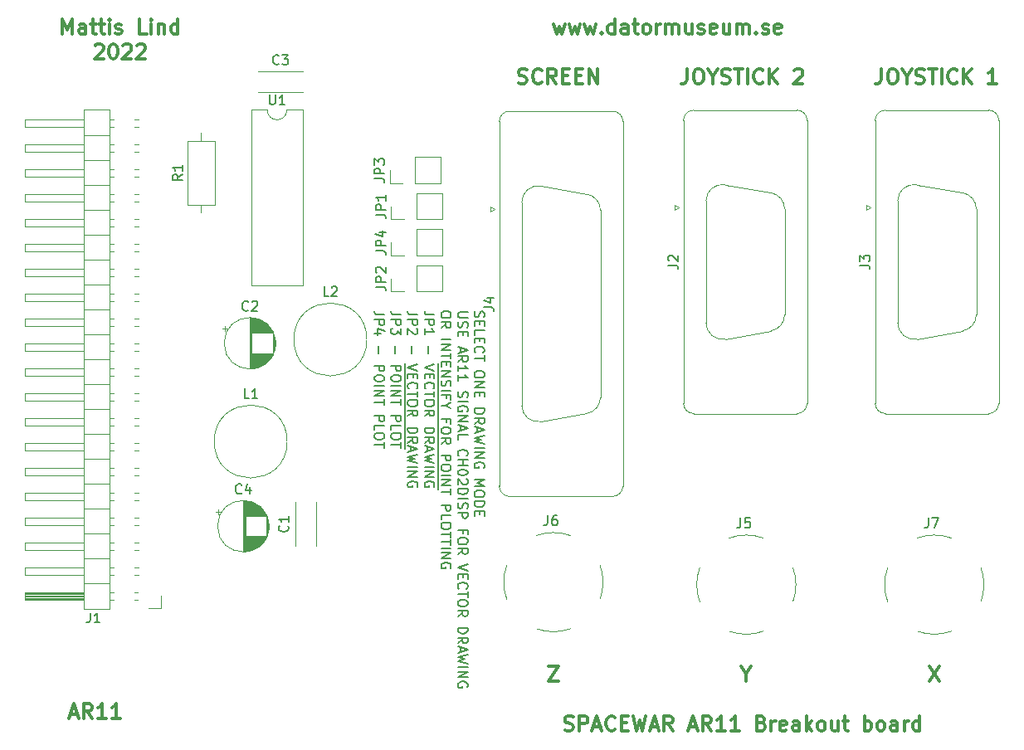
<source format=gbr>
G04 #@! TF.GenerationSoftware,KiCad,Pcbnew,5.0.2-bee76a0~70~ubuntu16.04.1*
G04 #@! TF.CreationDate,2022-01-22T11:01:39+01:00*
G04 #@! TF.ProjectId,breakoutBoard,62726561-6b6f-4757-9442-6f6172642e6b,rev?*
G04 #@! TF.SameCoordinates,Original*
G04 #@! TF.FileFunction,Legend,Top*
G04 #@! TF.FilePolarity,Positive*
%FSLAX46Y46*%
G04 Gerber Fmt 4.6, Leading zero omitted, Abs format (unit mm)*
G04 Created by KiCad (PCBNEW 5.0.2-bee76a0~70~ubuntu16.04.1) date lör 22 jan 2022 11:01:39*
%MOMM*%
%LPD*%
G01*
G04 APERTURE LIST*
%ADD10C,0.200000*%
%ADD11C,0.300000*%
%ADD12C,0.120000*%
%ADD13C,0.150000*%
G04 APERTURE END LIST*
D10*
X76831238Y-74742476D02*
X76783619Y-74885333D01*
X76783619Y-75123428D01*
X76831238Y-75218666D01*
X76878857Y-75266285D01*
X76974095Y-75313904D01*
X77069333Y-75313904D01*
X77164571Y-75266285D01*
X77212190Y-75218666D01*
X77259809Y-75123428D01*
X77307428Y-74932952D01*
X77355047Y-74837714D01*
X77402666Y-74790095D01*
X77497904Y-74742476D01*
X77593142Y-74742476D01*
X77688380Y-74790095D01*
X77736000Y-74837714D01*
X77783619Y-74932952D01*
X77783619Y-75171047D01*
X77736000Y-75313904D01*
X77307428Y-75742476D02*
X77307428Y-76075809D01*
X76783619Y-76218666D02*
X76783619Y-75742476D01*
X77783619Y-75742476D01*
X77783619Y-76218666D01*
X76783619Y-77123428D02*
X76783619Y-76647238D01*
X77783619Y-76647238D01*
X77307428Y-77456761D02*
X77307428Y-77790095D01*
X76783619Y-77932952D02*
X76783619Y-77456761D01*
X77783619Y-77456761D01*
X77783619Y-77932952D01*
X76878857Y-78932952D02*
X76831238Y-78885333D01*
X76783619Y-78742476D01*
X76783619Y-78647238D01*
X76831238Y-78504380D01*
X76926476Y-78409142D01*
X77021714Y-78361523D01*
X77212190Y-78313904D01*
X77355047Y-78313904D01*
X77545523Y-78361523D01*
X77640761Y-78409142D01*
X77736000Y-78504380D01*
X77783619Y-78647238D01*
X77783619Y-78742476D01*
X77736000Y-78885333D01*
X77688380Y-78932952D01*
X77783619Y-79218666D02*
X77783619Y-79790095D01*
X76783619Y-79504380D02*
X77783619Y-79504380D01*
X77783619Y-81075809D02*
X77783619Y-81266285D01*
X77736000Y-81361523D01*
X77640761Y-81456761D01*
X77450285Y-81504380D01*
X77116952Y-81504380D01*
X76926476Y-81456761D01*
X76831238Y-81361523D01*
X76783619Y-81266285D01*
X76783619Y-81075809D01*
X76831238Y-80980571D01*
X76926476Y-80885333D01*
X77116952Y-80837714D01*
X77450285Y-80837714D01*
X77640761Y-80885333D01*
X77736000Y-80980571D01*
X77783619Y-81075809D01*
X76783619Y-81932952D02*
X77783619Y-81932952D01*
X76783619Y-82504380D01*
X77783619Y-82504380D01*
X77307428Y-82980571D02*
X77307428Y-83313904D01*
X76783619Y-83456761D02*
X76783619Y-82980571D01*
X77783619Y-82980571D01*
X77783619Y-83456761D01*
X76783619Y-84647238D02*
X77783619Y-84647238D01*
X77783619Y-84885333D01*
X77736000Y-85028190D01*
X77640761Y-85123428D01*
X77545523Y-85171047D01*
X77355047Y-85218666D01*
X77212190Y-85218666D01*
X77021714Y-85171047D01*
X76926476Y-85123428D01*
X76831238Y-85028190D01*
X76783619Y-84885333D01*
X76783619Y-84647238D01*
X76783619Y-86218666D02*
X77259809Y-85885333D01*
X76783619Y-85647238D02*
X77783619Y-85647238D01*
X77783619Y-86028190D01*
X77736000Y-86123428D01*
X77688380Y-86171047D01*
X77593142Y-86218666D01*
X77450285Y-86218666D01*
X77355047Y-86171047D01*
X77307428Y-86123428D01*
X77259809Y-86028190D01*
X77259809Y-85647238D01*
X77069333Y-86599619D02*
X77069333Y-87075809D01*
X76783619Y-86504380D02*
X77783619Y-86837714D01*
X76783619Y-87171047D01*
X77783619Y-87409142D02*
X76783619Y-87647238D01*
X77497904Y-87837714D01*
X76783619Y-88028190D01*
X77783619Y-88266285D01*
X76783619Y-88647238D02*
X77783619Y-88647238D01*
X76783619Y-89123428D02*
X77783619Y-89123428D01*
X76783619Y-89694857D01*
X77783619Y-89694857D01*
X77736000Y-90694857D02*
X77783619Y-90599619D01*
X77783619Y-90456761D01*
X77736000Y-90313904D01*
X77640761Y-90218666D01*
X77545523Y-90171047D01*
X77355047Y-90123428D01*
X77212190Y-90123428D01*
X77021714Y-90171047D01*
X76926476Y-90218666D01*
X76831238Y-90313904D01*
X76783619Y-90456761D01*
X76783619Y-90552000D01*
X76831238Y-90694857D01*
X76878857Y-90742476D01*
X77212190Y-90742476D01*
X77212190Y-90552000D01*
X76783619Y-91932952D02*
X77783619Y-91932952D01*
X77069333Y-92266285D01*
X77783619Y-92599619D01*
X76783619Y-92599619D01*
X77783619Y-93266285D02*
X77783619Y-93456761D01*
X77736000Y-93552000D01*
X77640761Y-93647238D01*
X77450285Y-93694857D01*
X77116952Y-93694857D01*
X76926476Y-93647238D01*
X76831238Y-93552000D01*
X76783619Y-93456761D01*
X76783619Y-93266285D01*
X76831238Y-93171047D01*
X76926476Y-93075809D01*
X77116952Y-93028190D01*
X77450285Y-93028190D01*
X77640761Y-93075809D01*
X77736000Y-93171047D01*
X77783619Y-93266285D01*
X76783619Y-94123428D02*
X77783619Y-94123428D01*
X77783619Y-94361523D01*
X77736000Y-94504380D01*
X77640761Y-94599619D01*
X77545523Y-94647238D01*
X77355047Y-94694857D01*
X77212190Y-94694857D01*
X77021714Y-94647238D01*
X76926476Y-94599619D01*
X76831238Y-94504380D01*
X76783619Y-94361523D01*
X76783619Y-94123428D01*
X77307428Y-95123428D02*
X77307428Y-95456761D01*
X76783619Y-95599619D02*
X76783619Y-95123428D01*
X77783619Y-95123428D01*
X77783619Y-95599619D01*
X76083619Y-74790095D02*
X75274095Y-74790095D01*
X75178857Y-74837714D01*
X75131238Y-74885333D01*
X75083619Y-74980571D01*
X75083619Y-75171047D01*
X75131238Y-75266285D01*
X75178857Y-75313904D01*
X75274095Y-75361523D01*
X76083619Y-75361523D01*
X75131238Y-75790095D02*
X75083619Y-75932952D01*
X75083619Y-76171047D01*
X75131238Y-76266285D01*
X75178857Y-76313904D01*
X75274095Y-76361523D01*
X75369333Y-76361523D01*
X75464571Y-76313904D01*
X75512190Y-76266285D01*
X75559809Y-76171047D01*
X75607428Y-75980571D01*
X75655047Y-75885333D01*
X75702666Y-75837714D01*
X75797904Y-75790095D01*
X75893142Y-75790095D01*
X75988380Y-75837714D01*
X76036000Y-75885333D01*
X76083619Y-75980571D01*
X76083619Y-76218666D01*
X76036000Y-76361523D01*
X75607428Y-76790095D02*
X75607428Y-77123428D01*
X75083619Y-77266285D02*
X75083619Y-76790095D01*
X76083619Y-76790095D01*
X76083619Y-77266285D01*
X75369333Y-78409142D02*
X75369333Y-78885333D01*
X75083619Y-78313904D02*
X76083619Y-78647238D01*
X75083619Y-78980571D01*
X75083619Y-79885333D02*
X75559809Y-79552000D01*
X75083619Y-79313904D02*
X76083619Y-79313904D01*
X76083619Y-79694857D01*
X76036000Y-79790095D01*
X75988380Y-79837714D01*
X75893142Y-79885333D01*
X75750285Y-79885333D01*
X75655047Y-79837714D01*
X75607428Y-79790095D01*
X75559809Y-79694857D01*
X75559809Y-79313904D01*
X75083619Y-80837714D02*
X75083619Y-80266285D01*
X75083619Y-80552000D02*
X76083619Y-80552000D01*
X75940761Y-80456761D01*
X75845523Y-80361523D01*
X75797904Y-80266285D01*
X75083619Y-81790095D02*
X75083619Y-81218666D01*
X75083619Y-81504380D02*
X76083619Y-81504380D01*
X75940761Y-81409142D01*
X75845523Y-81313904D01*
X75797904Y-81218666D01*
X75131238Y-82932952D02*
X75083619Y-83075809D01*
X75083619Y-83313904D01*
X75131238Y-83409142D01*
X75178857Y-83456761D01*
X75274095Y-83504380D01*
X75369333Y-83504380D01*
X75464571Y-83456761D01*
X75512190Y-83409142D01*
X75559809Y-83313904D01*
X75607428Y-83123428D01*
X75655047Y-83028190D01*
X75702666Y-82980571D01*
X75797904Y-82932952D01*
X75893142Y-82932952D01*
X75988380Y-82980571D01*
X76036000Y-83028190D01*
X76083619Y-83123428D01*
X76083619Y-83361523D01*
X76036000Y-83504380D01*
X75083619Y-83932952D02*
X76083619Y-83932952D01*
X76036000Y-84932952D02*
X76083619Y-84837714D01*
X76083619Y-84694857D01*
X76036000Y-84552000D01*
X75940761Y-84456761D01*
X75845523Y-84409142D01*
X75655047Y-84361523D01*
X75512190Y-84361523D01*
X75321714Y-84409142D01*
X75226476Y-84456761D01*
X75131238Y-84552000D01*
X75083619Y-84694857D01*
X75083619Y-84790095D01*
X75131238Y-84932952D01*
X75178857Y-84980571D01*
X75512190Y-84980571D01*
X75512190Y-84790095D01*
X75083619Y-85409142D02*
X76083619Y-85409142D01*
X75083619Y-85980571D01*
X76083619Y-85980571D01*
X75369333Y-86409142D02*
X75369333Y-86885333D01*
X75083619Y-86313904D02*
X76083619Y-86647238D01*
X75083619Y-86980571D01*
X75083619Y-87790095D02*
X75083619Y-87313904D01*
X76083619Y-87313904D01*
X75178857Y-89456761D02*
X75131238Y-89409142D01*
X75083619Y-89266285D01*
X75083619Y-89171047D01*
X75131238Y-89028190D01*
X75226476Y-88932952D01*
X75321714Y-88885333D01*
X75512190Y-88837714D01*
X75655047Y-88837714D01*
X75845523Y-88885333D01*
X75940761Y-88932952D01*
X76036000Y-89028190D01*
X76083619Y-89171047D01*
X76083619Y-89266285D01*
X76036000Y-89409142D01*
X75988380Y-89456761D01*
X75083619Y-89885333D02*
X76083619Y-89885333D01*
X75607428Y-89885333D02*
X75607428Y-90456761D01*
X75083619Y-90456761D02*
X76083619Y-90456761D01*
X76083619Y-91123428D02*
X76083619Y-91218666D01*
X76036000Y-91313904D01*
X75988380Y-91361523D01*
X75893142Y-91409142D01*
X75702666Y-91456761D01*
X75464571Y-91456761D01*
X75274095Y-91409142D01*
X75178857Y-91361523D01*
X75131238Y-91313904D01*
X75083619Y-91218666D01*
X75083619Y-91123428D01*
X75131238Y-91028190D01*
X75178857Y-90980571D01*
X75274095Y-90932952D01*
X75464571Y-90885333D01*
X75702666Y-90885333D01*
X75893142Y-90932952D01*
X75988380Y-90980571D01*
X76036000Y-91028190D01*
X76083619Y-91123428D01*
X75988380Y-91837714D02*
X76036000Y-91885333D01*
X76083619Y-91980571D01*
X76083619Y-92218666D01*
X76036000Y-92313904D01*
X75988380Y-92361523D01*
X75893142Y-92409142D01*
X75797904Y-92409142D01*
X75655047Y-92361523D01*
X75083619Y-91790095D01*
X75083619Y-92409142D01*
X75083619Y-92837714D02*
X76083619Y-92837714D01*
X76083619Y-93075809D01*
X76036000Y-93218666D01*
X75940761Y-93313904D01*
X75845523Y-93361523D01*
X75655047Y-93409142D01*
X75512190Y-93409142D01*
X75321714Y-93361523D01*
X75226476Y-93313904D01*
X75131238Y-93218666D01*
X75083619Y-93075809D01*
X75083619Y-92837714D01*
X75083619Y-93837714D02*
X76083619Y-93837714D01*
X75131238Y-94266285D02*
X75083619Y-94409142D01*
X75083619Y-94647238D01*
X75131238Y-94742476D01*
X75178857Y-94790095D01*
X75274095Y-94837714D01*
X75369333Y-94837714D01*
X75464571Y-94790095D01*
X75512190Y-94742476D01*
X75559809Y-94647238D01*
X75607428Y-94456761D01*
X75655047Y-94361523D01*
X75702666Y-94313904D01*
X75797904Y-94266285D01*
X75893142Y-94266285D01*
X75988380Y-94313904D01*
X76036000Y-94361523D01*
X76083619Y-94456761D01*
X76083619Y-94694857D01*
X76036000Y-94837714D01*
X75083619Y-95266285D02*
X76083619Y-95266285D01*
X76083619Y-95647238D01*
X76036000Y-95742476D01*
X75988380Y-95790095D01*
X75893142Y-95837714D01*
X75750285Y-95837714D01*
X75655047Y-95790095D01*
X75607428Y-95742476D01*
X75559809Y-95647238D01*
X75559809Y-95266285D01*
X75607428Y-97361523D02*
X75607428Y-97028190D01*
X75083619Y-97028190D02*
X76083619Y-97028190D01*
X76083619Y-97504380D01*
X76083619Y-98075809D02*
X76083619Y-98266285D01*
X76036000Y-98361523D01*
X75940761Y-98456761D01*
X75750285Y-98504380D01*
X75416952Y-98504380D01*
X75226476Y-98456761D01*
X75131238Y-98361523D01*
X75083619Y-98266285D01*
X75083619Y-98075809D01*
X75131238Y-97980571D01*
X75226476Y-97885333D01*
X75416952Y-97837714D01*
X75750285Y-97837714D01*
X75940761Y-97885333D01*
X76036000Y-97980571D01*
X76083619Y-98075809D01*
X75083619Y-99504380D02*
X75559809Y-99171047D01*
X75083619Y-98932952D02*
X76083619Y-98932952D01*
X76083619Y-99313904D01*
X76036000Y-99409142D01*
X75988380Y-99456761D01*
X75893142Y-99504380D01*
X75750285Y-99504380D01*
X75655047Y-99456761D01*
X75607428Y-99409142D01*
X75559809Y-99313904D01*
X75559809Y-98932952D01*
X76083619Y-100552000D02*
X75083619Y-100885333D01*
X76083619Y-101218666D01*
X75607428Y-101552000D02*
X75607428Y-101885333D01*
X75083619Y-102028190D02*
X75083619Y-101552000D01*
X76083619Y-101552000D01*
X76083619Y-102028190D01*
X75178857Y-103028190D02*
X75131238Y-102980571D01*
X75083619Y-102837714D01*
X75083619Y-102742476D01*
X75131238Y-102599619D01*
X75226476Y-102504380D01*
X75321714Y-102456761D01*
X75512190Y-102409142D01*
X75655047Y-102409142D01*
X75845523Y-102456761D01*
X75940761Y-102504380D01*
X76036000Y-102599619D01*
X76083619Y-102742476D01*
X76083619Y-102837714D01*
X76036000Y-102980571D01*
X75988380Y-103028190D01*
X76083619Y-103313904D02*
X76083619Y-103885333D01*
X75083619Y-103599619D02*
X76083619Y-103599619D01*
X76083619Y-104409142D02*
X76083619Y-104599619D01*
X76036000Y-104694857D01*
X75940761Y-104790095D01*
X75750285Y-104837714D01*
X75416952Y-104837714D01*
X75226476Y-104790095D01*
X75131238Y-104694857D01*
X75083619Y-104599619D01*
X75083619Y-104409142D01*
X75131238Y-104313904D01*
X75226476Y-104218666D01*
X75416952Y-104171047D01*
X75750285Y-104171047D01*
X75940761Y-104218666D01*
X76036000Y-104313904D01*
X76083619Y-104409142D01*
X75083619Y-105837714D02*
X75559809Y-105504380D01*
X75083619Y-105266285D02*
X76083619Y-105266285D01*
X76083619Y-105647238D01*
X76036000Y-105742476D01*
X75988380Y-105790095D01*
X75893142Y-105837714D01*
X75750285Y-105837714D01*
X75655047Y-105790095D01*
X75607428Y-105742476D01*
X75559809Y-105647238D01*
X75559809Y-105266285D01*
X75083619Y-107028190D02*
X76083619Y-107028190D01*
X76083619Y-107266285D01*
X76036000Y-107409142D01*
X75940761Y-107504380D01*
X75845523Y-107552000D01*
X75655047Y-107599619D01*
X75512190Y-107599619D01*
X75321714Y-107552000D01*
X75226476Y-107504380D01*
X75131238Y-107409142D01*
X75083619Y-107266285D01*
X75083619Y-107028190D01*
X75083619Y-108599619D02*
X75559809Y-108266285D01*
X75083619Y-108028190D02*
X76083619Y-108028190D01*
X76083619Y-108409142D01*
X76036000Y-108504380D01*
X75988380Y-108552000D01*
X75893142Y-108599619D01*
X75750285Y-108599619D01*
X75655047Y-108552000D01*
X75607428Y-108504380D01*
X75559809Y-108409142D01*
X75559809Y-108028190D01*
X75369333Y-108980571D02*
X75369333Y-109456761D01*
X75083619Y-108885333D02*
X76083619Y-109218666D01*
X75083619Y-109552000D01*
X76083619Y-109790095D02*
X75083619Y-110028190D01*
X75797904Y-110218666D01*
X75083619Y-110409142D01*
X76083619Y-110647238D01*
X75083619Y-111028190D02*
X76083619Y-111028190D01*
X75083619Y-111504380D02*
X76083619Y-111504380D01*
X75083619Y-112075809D01*
X76083619Y-112075809D01*
X76036000Y-113075809D02*
X76083619Y-112980571D01*
X76083619Y-112837714D01*
X76036000Y-112694857D01*
X75940761Y-112599619D01*
X75845523Y-112552000D01*
X75655047Y-112504380D01*
X75512190Y-112504380D01*
X75321714Y-112552000D01*
X75226476Y-112599619D01*
X75131238Y-112694857D01*
X75083619Y-112837714D01*
X75083619Y-112932952D01*
X75131238Y-113075809D01*
X75178857Y-113123428D01*
X75512190Y-113123428D01*
X75512190Y-112932952D01*
X74383619Y-74980571D02*
X74383619Y-75171047D01*
X74336000Y-75266285D01*
X74240761Y-75361523D01*
X74050285Y-75409142D01*
X73716952Y-75409142D01*
X73526476Y-75361523D01*
X73431238Y-75266285D01*
X73383619Y-75171047D01*
X73383619Y-74980571D01*
X73431238Y-74885333D01*
X73526476Y-74790095D01*
X73716952Y-74742476D01*
X74050285Y-74742476D01*
X74240761Y-74790095D01*
X74336000Y-74885333D01*
X74383619Y-74980571D01*
X73383619Y-76409142D02*
X73859809Y-76075809D01*
X73383619Y-75837714D02*
X74383619Y-75837714D01*
X74383619Y-76218666D01*
X74336000Y-76313904D01*
X74288380Y-76361523D01*
X74193142Y-76409142D01*
X74050285Y-76409142D01*
X73955047Y-76361523D01*
X73907428Y-76313904D01*
X73859809Y-76218666D01*
X73859809Y-75837714D01*
X73383619Y-77599619D02*
X74383619Y-77599619D01*
X73383619Y-78075809D02*
X74383619Y-78075809D01*
X73383619Y-78647238D01*
X74383619Y-78647238D01*
X74383619Y-78980571D02*
X74383619Y-79552000D01*
X73383619Y-79266285D02*
X74383619Y-79266285D01*
X73907428Y-79885333D02*
X73907428Y-80218666D01*
X73383619Y-80361523D02*
X73383619Y-79885333D01*
X74383619Y-79885333D01*
X74383619Y-80361523D01*
X73383619Y-80790095D02*
X74383619Y-80790095D01*
X73383619Y-81361523D01*
X74383619Y-81361523D01*
X73431238Y-81790095D02*
X73383619Y-81932952D01*
X73383619Y-82171047D01*
X73431238Y-82266285D01*
X73478857Y-82313904D01*
X73574095Y-82361523D01*
X73669333Y-82361523D01*
X73764571Y-82313904D01*
X73812190Y-82266285D01*
X73859809Y-82171047D01*
X73907428Y-81980571D01*
X73955047Y-81885333D01*
X74002666Y-81837714D01*
X74097904Y-81790095D01*
X74193142Y-81790095D01*
X74288380Y-81837714D01*
X74336000Y-81885333D01*
X74383619Y-81980571D01*
X74383619Y-82218666D01*
X74336000Y-82361523D01*
X73383619Y-82790095D02*
X74383619Y-82790095D01*
X73907428Y-83599619D02*
X73907428Y-83266285D01*
X73383619Y-83266285D02*
X74383619Y-83266285D01*
X74383619Y-83742476D01*
X73859809Y-84313904D02*
X73383619Y-84313904D01*
X74383619Y-83980571D02*
X73859809Y-84313904D01*
X74383619Y-84647238D01*
X73907428Y-86075809D02*
X73907428Y-85742476D01*
X73383619Y-85742476D02*
X74383619Y-85742476D01*
X74383619Y-86218666D01*
X74383619Y-86790095D02*
X74383619Y-86980571D01*
X74336000Y-87075809D01*
X74240761Y-87171047D01*
X74050285Y-87218666D01*
X73716952Y-87218666D01*
X73526476Y-87171047D01*
X73431238Y-87075809D01*
X73383619Y-86980571D01*
X73383619Y-86790095D01*
X73431238Y-86694857D01*
X73526476Y-86599619D01*
X73716952Y-86552000D01*
X74050285Y-86552000D01*
X74240761Y-86599619D01*
X74336000Y-86694857D01*
X74383619Y-86790095D01*
X73383619Y-88218666D02*
X73859809Y-87885333D01*
X73383619Y-87647238D02*
X74383619Y-87647238D01*
X74383619Y-88028190D01*
X74336000Y-88123428D01*
X74288380Y-88171047D01*
X74193142Y-88218666D01*
X74050285Y-88218666D01*
X73955047Y-88171047D01*
X73907428Y-88123428D01*
X73859809Y-88028190D01*
X73859809Y-87647238D01*
X73383619Y-89409142D02*
X74383619Y-89409142D01*
X74383619Y-89790095D01*
X74336000Y-89885333D01*
X74288380Y-89932952D01*
X74193142Y-89980571D01*
X74050285Y-89980571D01*
X73955047Y-89932952D01*
X73907428Y-89885333D01*
X73859809Y-89790095D01*
X73859809Y-89409142D01*
X74383619Y-90599619D02*
X74383619Y-90790095D01*
X74336000Y-90885333D01*
X74240761Y-90980571D01*
X74050285Y-91028190D01*
X73716952Y-91028190D01*
X73526476Y-90980571D01*
X73431238Y-90885333D01*
X73383619Y-90790095D01*
X73383619Y-90599619D01*
X73431238Y-90504380D01*
X73526476Y-90409142D01*
X73716952Y-90361523D01*
X74050285Y-90361523D01*
X74240761Y-90409142D01*
X74336000Y-90504380D01*
X74383619Y-90599619D01*
X73383619Y-91456761D02*
X74383619Y-91456761D01*
X73383619Y-91932952D02*
X74383619Y-91932952D01*
X73383619Y-92504380D01*
X74383619Y-92504380D01*
X74383619Y-92837714D02*
X74383619Y-93409142D01*
X73383619Y-93123428D02*
X74383619Y-93123428D01*
X73383619Y-94504380D02*
X74383619Y-94504380D01*
X74383619Y-94885333D01*
X74336000Y-94980571D01*
X74288380Y-95028190D01*
X74193142Y-95075809D01*
X74050285Y-95075809D01*
X73955047Y-95028190D01*
X73907428Y-94980571D01*
X73859809Y-94885333D01*
X73859809Y-94504380D01*
X73383619Y-95980571D02*
X73383619Y-95504380D01*
X74383619Y-95504380D01*
X74383619Y-96504380D02*
X74383619Y-96694857D01*
X74336000Y-96790095D01*
X74240761Y-96885333D01*
X74050285Y-96932952D01*
X73716952Y-96932952D01*
X73526476Y-96885333D01*
X73431238Y-96790095D01*
X73383619Y-96694857D01*
X73383619Y-96504380D01*
X73431238Y-96409142D01*
X73526476Y-96313904D01*
X73716952Y-96266285D01*
X74050285Y-96266285D01*
X74240761Y-96313904D01*
X74336000Y-96409142D01*
X74383619Y-96504380D01*
X74383619Y-97218666D02*
X74383619Y-97790095D01*
X73383619Y-97504380D02*
X74383619Y-97504380D01*
X74383619Y-97980571D02*
X74383619Y-98552000D01*
X73383619Y-98266285D02*
X74383619Y-98266285D01*
X73383619Y-98885333D02*
X74383619Y-98885333D01*
X73383619Y-99361523D02*
X74383619Y-99361523D01*
X73383619Y-99932952D01*
X74383619Y-99932952D01*
X74336000Y-100932952D02*
X74383619Y-100837714D01*
X74383619Y-100694857D01*
X74336000Y-100552000D01*
X74240761Y-100456761D01*
X74145523Y-100409142D01*
X73955047Y-100361523D01*
X73812190Y-100361523D01*
X73621714Y-100409142D01*
X73526476Y-100456761D01*
X73431238Y-100552000D01*
X73383619Y-100694857D01*
X73383619Y-100790095D01*
X73431238Y-100932952D01*
X73478857Y-100980571D01*
X73812190Y-100980571D01*
X73812190Y-100790095D01*
X72683619Y-75075809D02*
X71969333Y-75075809D01*
X71826476Y-75028190D01*
X71731238Y-74932952D01*
X71683619Y-74790095D01*
X71683619Y-74694857D01*
X71683619Y-75552000D02*
X72683619Y-75552000D01*
X72683619Y-75932952D01*
X72636000Y-76028190D01*
X72588380Y-76075809D01*
X72493142Y-76123428D01*
X72350285Y-76123428D01*
X72255047Y-76075809D01*
X72207428Y-76028190D01*
X72159809Y-75932952D01*
X72159809Y-75552000D01*
X71683619Y-77075809D02*
X71683619Y-76504380D01*
X71683619Y-76790095D02*
X72683619Y-76790095D01*
X72540761Y-76694857D01*
X72445523Y-76599619D01*
X72397904Y-76504380D01*
X72064571Y-78266285D02*
X72064571Y-79028190D01*
X73116000Y-80028190D02*
X73116000Y-80885333D01*
X72683619Y-80123428D02*
X71683619Y-80456761D01*
X72683619Y-80790095D01*
X73116000Y-80885333D02*
X73116000Y-81790095D01*
X72207428Y-81123428D02*
X72207428Y-81456761D01*
X71683619Y-81599619D02*
X71683619Y-81123428D01*
X72683619Y-81123428D01*
X72683619Y-81599619D01*
X73116000Y-81790095D02*
X73116000Y-82790095D01*
X71778857Y-82599619D02*
X71731238Y-82552000D01*
X71683619Y-82409142D01*
X71683619Y-82313904D01*
X71731238Y-82171047D01*
X71826476Y-82075809D01*
X71921714Y-82028190D01*
X72112190Y-81980571D01*
X72255047Y-81980571D01*
X72445523Y-82028190D01*
X72540761Y-82075809D01*
X72636000Y-82171047D01*
X72683619Y-82313904D01*
X72683619Y-82409142D01*
X72636000Y-82552000D01*
X72588380Y-82599619D01*
X73116000Y-82790095D02*
X73116000Y-83552000D01*
X72683619Y-82885333D02*
X72683619Y-83456761D01*
X71683619Y-83171047D02*
X72683619Y-83171047D01*
X73116000Y-83552000D02*
X73116000Y-84599619D01*
X72683619Y-83980571D02*
X72683619Y-84171047D01*
X72636000Y-84266285D01*
X72540761Y-84361523D01*
X72350285Y-84409142D01*
X72016952Y-84409142D01*
X71826476Y-84361523D01*
X71731238Y-84266285D01*
X71683619Y-84171047D01*
X71683619Y-83980571D01*
X71731238Y-83885333D01*
X71826476Y-83790095D01*
X72016952Y-83742476D01*
X72350285Y-83742476D01*
X72540761Y-83790095D01*
X72636000Y-83885333D01*
X72683619Y-83980571D01*
X73116000Y-84599619D02*
X73116000Y-85599619D01*
X71683619Y-85409142D02*
X72159809Y-85075809D01*
X71683619Y-84837714D02*
X72683619Y-84837714D01*
X72683619Y-85218666D01*
X72636000Y-85313904D01*
X72588380Y-85361523D01*
X72493142Y-85409142D01*
X72350285Y-85409142D01*
X72255047Y-85361523D01*
X72207428Y-85313904D01*
X72159809Y-85218666D01*
X72159809Y-84837714D01*
X73116000Y-85599619D02*
X73116000Y-86361523D01*
X73116000Y-86361523D02*
X73116000Y-87361523D01*
X71683619Y-86599619D02*
X72683619Y-86599619D01*
X72683619Y-86837714D01*
X72636000Y-86980571D01*
X72540761Y-87075809D01*
X72445523Y-87123428D01*
X72255047Y-87171047D01*
X72112190Y-87171047D01*
X71921714Y-87123428D01*
X71826476Y-87075809D01*
X71731238Y-86980571D01*
X71683619Y-86837714D01*
X71683619Y-86599619D01*
X73116000Y-87361523D02*
X73116000Y-88361523D01*
X71683619Y-88171047D02*
X72159809Y-87837714D01*
X71683619Y-87599619D02*
X72683619Y-87599619D01*
X72683619Y-87980571D01*
X72636000Y-88075809D01*
X72588380Y-88123428D01*
X72493142Y-88171047D01*
X72350285Y-88171047D01*
X72255047Y-88123428D01*
X72207428Y-88075809D01*
X72159809Y-87980571D01*
X72159809Y-87599619D01*
X73116000Y-88361523D02*
X73116000Y-89218666D01*
X71969333Y-88552000D02*
X71969333Y-89028190D01*
X71683619Y-88456761D02*
X72683619Y-88790095D01*
X71683619Y-89123428D01*
X73116000Y-89218666D02*
X73116000Y-90361523D01*
X72683619Y-89361523D02*
X71683619Y-89599619D01*
X72397904Y-89790095D01*
X71683619Y-89980571D01*
X72683619Y-90218666D01*
X73116000Y-90361523D02*
X73116000Y-90837714D01*
X71683619Y-90599619D02*
X72683619Y-90599619D01*
X73116000Y-90837714D02*
X73116000Y-91885333D01*
X71683619Y-91075809D02*
X72683619Y-91075809D01*
X71683619Y-91647238D01*
X72683619Y-91647238D01*
X73116000Y-91885333D02*
X73116000Y-92885333D01*
X72636000Y-92647238D02*
X72683619Y-92552000D01*
X72683619Y-92409142D01*
X72636000Y-92266285D01*
X72540761Y-92171047D01*
X72445523Y-92123428D01*
X72255047Y-92075809D01*
X72112190Y-92075809D01*
X71921714Y-92123428D01*
X71826476Y-92171047D01*
X71731238Y-92266285D01*
X71683619Y-92409142D01*
X71683619Y-92504380D01*
X71731238Y-92647238D01*
X71778857Y-92694857D01*
X72112190Y-92694857D01*
X72112190Y-92504380D01*
X70983619Y-75075809D02*
X70269333Y-75075809D01*
X70126476Y-75028190D01*
X70031238Y-74932952D01*
X69983619Y-74790095D01*
X69983619Y-74694857D01*
X69983619Y-75552000D02*
X70983619Y-75552000D01*
X70983619Y-75932952D01*
X70936000Y-76028190D01*
X70888380Y-76075809D01*
X70793142Y-76123428D01*
X70650285Y-76123428D01*
X70555047Y-76075809D01*
X70507428Y-76028190D01*
X70459809Y-75932952D01*
X70459809Y-75552000D01*
X70888380Y-76504380D02*
X70936000Y-76552000D01*
X70983619Y-76647238D01*
X70983619Y-76885333D01*
X70936000Y-76980571D01*
X70888380Y-77028190D01*
X70793142Y-77075809D01*
X70697904Y-77075809D01*
X70555047Y-77028190D01*
X69983619Y-76456761D01*
X69983619Y-77075809D01*
X70364571Y-78266285D02*
X70364571Y-79028190D01*
X70983619Y-80123428D02*
X69983619Y-80456761D01*
X70983619Y-80790095D01*
X70507428Y-81123428D02*
X70507428Y-81456761D01*
X69983619Y-81599619D02*
X69983619Y-81123428D01*
X70983619Y-81123428D01*
X70983619Y-81599619D01*
X70078857Y-82599619D02*
X70031238Y-82552000D01*
X69983619Y-82409142D01*
X69983619Y-82313904D01*
X70031238Y-82171047D01*
X70126476Y-82075809D01*
X70221714Y-82028190D01*
X70412190Y-81980571D01*
X70555047Y-81980571D01*
X70745523Y-82028190D01*
X70840761Y-82075809D01*
X70936000Y-82171047D01*
X70983619Y-82313904D01*
X70983619Y-82409142D01*
X70936000Y-82552000D01*
X70888380Y-82599619D01*
X70983619Y-82885333D02*
X70983619Y-83456761D01*
X69983619Y-83171047D02*
X70983619Y-83171047D01*
X70983619Y-83980571D02*
X70983619Y-84171047D01*
X70936000Y-84266285D01*
X70840761Y-84361523D01*
X70650285Y-84409142D01*
X70316952Y-84409142D01*
X70126476Y-84361523D01*
X70031238Y-84266285D01*
X69983619Y-84171047D01*
X69983619Y-83980571D01*
X70031238Y-83885333D01*
X70126476Y-83790095D01*
X70316952Y-83742476D01*
X70650285Y-83742476D01*
X70840761Y-83790095D01*
X70936000Y-83885333D01*
X70983619Y-83980571D01*
X69983619Y-85409142D02*
X70459809Y-85075809D01*
X69983619Y-84837714D02*
X70983619Y-84837714D01*
X70983619Y-85218666D01*
X70936000Y-85313904D01*
X70888380Y-85361523D01*
X70793142Y-85409142D01*
X70650285Y-85409142D01*
X70555047Y-85361523D01*
X70507428Y-85313904D01*
X70459809Y-85218666D01*
X70459809Y-84837714D01*
X69983619Y-86599619D02*
X70983619Y-86599619D01*
X70983619Y-86837714D01*
X70936000Y-86980571D01*
X70840761Y-87075809D01*
X70745523Y-87123428D01*
X70555047Y-87171047D01*
X70412190Y-87171047D01*
X70221714Y-87123428D01*
X70126476Y-87075809D01*
X70031238Y-86980571D01*
X69983619Y-86837714D01*
X69983619Y-86599619D01*
X69983619Y-88171047D02*
X70459809Y-87837714D01*
X69983619Y-87599619D02*
X70983619Y-87599619D01*
X70983619Y-87980571D01*
X70936000Y-88075809D01*
X70888380Y-88123428D01*
X70793142Y-88171047D01*
X70650285Y-88171047D01*
X70555047Y-88123428D01*
X70507428Y-88075809D01*
X70459809Y-87980571D01*
X70459809Y-87599619D01*
X70269333Y-88552000D02*
X70269333Y-89028190D01*
X69983619Y-88456761D02*
X70983619Y-88790095D01*
X69983619Y-89123428D01*
X70983619Y-89361523D02*
X69983619Y-89599619D01*
X70697904Y-89790095D01*
X69983619Y-89980571D01*
X70983619Y-90218666D01*
X69983619Y-90599619D02*
X70983619Y-90599619D01*
X69983619Y-91075809D02*
X70983619Y-91075809D01*
X69983619Y-91647238D01*
X70983619Y-91647238D01*
X70936000Y-92647238D02*
X70983619Y-92552000D01*
X70983619Y-92409142D01*
X70936000Y-92266285D01*
X70840761Y-92171047D01*
X70745523Y-92123428D01*
X70555047Y-92075809D01*
X70412190Y-92075809D01*
X70221714Y-92123428D01*
X70126476Y-92171047D01*
X70031238Y-92266285D01*
X69983619Y-92409142D01*
X69983619Y-92504380D01*
X70031238Y-92647238D01*
X70078857Y-92694857D01*
X70412190Y-92694857D01*
X70412190Y-92504380D01*
X69283619Y-75075809D02*
X68569333Y-75075809D01*
X68426476Y-75028190D01*
X68331238Y-74932952D01*
X68283619Y-74790095D01*
X68283619Y-74694857D01*
X68283619Y-75552000D02*
X69283619Y-75552000D01*
X69283619Y-75932952D01*
X69236000Y-76028190D01*
X69188380Y-76075809D01*
X69093142Y-76123428D01*
X68950285Y-76123428D01*
X68855047Y-76075809D01*
X68807428Y-76028190D01*
X68759809Y-75932952D01*
X68759809Y-75552000D01*
X69283619Y-76456761D02*
X69283619Y-77075809D01*
X68902666Y-76742476D01*
X68902666Y-76885333D01*
X68855047Y-76980571D01*
X68807428Y-77028190D01*
X68712190Y-77075809D01*
X68474095Y-77075809D01*
X68378857Y-77028190D01*
X68331238Y-76980571D01*
X68283619Y-76885333D01*
X68283619Y-76599619D01*
X68331238Y-76504380D01*
X68378857Y-76456761D01*
X68664571Y-78266285D02*
X68664571Y-79028190D01*
X69716000Y-80028190D02*
X69716000Y-81028190D01*
X68283619Y-80266285D02*
X69283619Y-80266285D01*
X69283619Y-80647238D01*
X69236000Y-80742476D01*
X69188380Y-80790095D01*
X69093142Y-80837714D01*
X68950285Y-80837714D01*
X68855047Y-80790095D01*
X68807428Y-80742476D01*
X68759809Y-80647238D01*
X68759809Y-80266285D01*
X69716000Y-81028190D02*
X69716000Y-82075809D01*
X69283619Y-81456761D02*
X69283619Y-81647238D01*
X69236000Y-81742476D01*
X69140761Y-81837714D01*
X68950285Y-81885333D01*
X68616952Y-81885333D01*
X68426476Y-81837714D01*
X68331238Y-81742476D01*
X68283619Y-81647238D01*
X68283619Y-81456761D01*
X68331238Y-81361523D01*
X68426476Y-81266285D01*
X68616952Y-81218666D01*
X68950285Y-81218666D01*
X69140761Y-81266285D01*
X69236000Y-81361523D01*
X69283619Y-81456761D01*
X69716000Y-82075809D02*
X69716000Y-82552000D01*
X68283619Y-82313904D02*
X69283619Y-82313904D01*
X69716000Y-82552000D02*
X69716000Y-83599619D01*
X68283619Y-82790095D02*
X69283619Y-82790095D01*
X68283619Y-83361523D01*
X69283619Y-83361523D01*
X69716000Y-83599619D02*
X69716000Y-84361523D01*
X69283619Y-83694857D02*
X69283619Y-84266285D01*
X68283619Y-83980571D02*
X69283619Y-83980571D01*
X69716000Y-84361523D02*
X69716000Y-85123428D01*
X69716000Y-85123428D02*
X69716000Y-86123428D01*
X68283619Y-85361523D02*
X69283619Y-85361523D01*
X69283619Y-85742476D01*
X69236000Y-85837714D01*
X69188380Y-85885333D01*
X69093142Y-85932952D01*
X68950285Y-85932952D01*
X68855047Y-85885333D01*
X68807428Y-85837714D01*
X68759809Y-85742476D01*
X68759809Y-85361523D01*
X69716000Y-86123428D02*
X69716000Y-86932952D01*
X68283619Y-86837714D02*
X68283619Y-86361523D01*
X69283619Y-86361523D01*
X69716000Y-86932952D02*
X69716000Y-87980571D01*
X69283619Y-87361523D02*
X69283619Y-87552000D01*
X69236000Y-87647238D01*
X69140761Y-87742476D01*
X68950285Y-87790095D01*
X68616952Y-87790095D01*
X68426476Y-87742476D01*
X68331238Y-87647238D01*
X68283619Y-87552000D01*
X68283619Y-87361523D01*
X68331238Y-87266285D01*
X68426476Y-87171047D01*
X68616952Y-87123428D01*
X68950285Y-87123428D01*
X69140761Y-87171047D01*
X69236000Y-87266285D01*
X69283619Y-87361523D01*
X69716000Y-87980571D02*
X69716000Y-88742476D01*
X69283619Y-88075809D02*
X69283619Y-88647238D01*
X68283619Y-88361523D02*
X69283619Y-88361523D01*
X67583619Y-75075809D02*
X66869333Y-75075809D01*
X66726476Y-75028190D01*
X66631238Y-74932952D01*
X66583619Y-74790095D01*
X66583619Y-74694857D01*
X66583619Y-75552000D02*
X67583619Y-75552000D01*
X67583619Y-75932952D01*
X67536000Y-76028190D01*
X67488380Y-76075809D01*
X67393142Y-76123428D01*
X67250285Y-76123428D01*
X67155047Y-76075809D01*
X67107428Y-76028190D01*
X67059809Y-75932952D01*
X67059809Y-75552000D01*
X67250285Y-76980571D02*
X66583619Y-76980571D01*
X67631238Y-76742476D02*
X66916952Y-76504380D01*
X66916952Y-77123428D01*
X66964571Y-78266285D02*
X66964571Y-79028190D01*
X66583619Y-80266285D02*
X67583619Y-80266285D01*
X67583619Y-80647238D01*
X67536000Y-80742476D01*
X67488380Y-80790095D01*
X67393142Y-80837714D01*
X67250285Y-80837714D01*
X67155047Y-80790095D01*
X67107428Y-80742476D01*
X67059809Y-80647238D01*
X67059809Y-80266285D01*
X67583619Y-81456761D02*
X67583619Y-81647238D01*
X67536000Y-81742476D01*
X67440761Y-81837714D01*
X67250285Y-81885333D01*
X66916952Y-81885333D01*
X66726476Y-81837714D01*
X66631238Y-81742476D01*
X66583619Y-81647238D01*
X66583619Y-81456761D01*
X66631238Y-81361523D01*
X66726476Y-81266285D01*
X66916952Y-81218666D01*
X67250285Y-81218666D01*
X67440761Y-81266285D01*
X67536000Y-81361523D01*
X67583619Y-81456761D01*
X66583619Y-82313904D02*
X67583619Y-82313904D01*
X66583619Y-82790095D02*
X67583619Y-82790095D01*
X66583619Y-83361523D01*
X67583619Y-83361523D01*
X67583619Y-83694857D02*
X67583619Y-84266285D01*
X66583619Y-83980571D02*
X67583619Y-83980571D01*
X66583619Y-85361523D02*
X67583619Y-85361523D01*
X67583619Y-85742476D01*
X67536000Y-85837714D01*
X67488380Y-85885333D01*
X67393142Y-85932952D01*
X67250285Y-85932952D01*
X67155047Y-85885333D01*
X67107428Y-85837714D01*
X67059809Y-85742476D01*
X67059809Y-85361523D01*
X66583619Y-86837714D02*
X66583619Y-86361523D01*
X67583619Y-86361523D01*
X67583619Y-87361523D02*
X67583619Y-87552000D01*
X67536000Y-87647238D01*
X67440761Y-87742476D01*
X67250285Y-87790095D01*
X66916952Y-87790095D01*
X66726476Y-87742476D01*
X66631238Y-87647238D01*
X66583619Y-87552000D01*
X66583619Y-87361523D01*
X66631238Y-87266285D01*
X66726476Y-87171047D01*
X66916952Y-87123428D01*
X67250285Y-87123428D01*
X67440761Y-87171047D01*
X67536000Y-87266285D01*
X67583619Y-87361523D01*
X67583619Y-88075809D02*
X67583619Y-88647238D01*
X66583619Y-88361523D02*
X67583619Y-88361523D01*
D11*
X35564285Y-115820000D02*
X36278571Y-115820000D01*
X35421428Y-116248571D02*
X35921428Y-114748571D01*
X36421428Y-116248571D01*
X37778571Y-116248571D02*
X37278571Y-115534285D01*
X36921428Y-116248571D02*
X36921428Y-114748571D01*
X37492857Y-114748571D01*
X37635714Y-114820000D01*
X37707142Y-114891428D01*
X37778571Y-115034285D01*
X37778571Y-115248571D01*
X37707142Y-115391428D01*
X37635714Y-115462857D01*
X37492857Y-115534285D01*
X36921428Y-115534285D01*
X39207142Y-116248571D02*
X38350000Y-116248571D01*
X38778571Y-116248571D02*
X38778571Y-114748571D01*
X38635714Y-114962857D01*
X38492857Y-115105714D01*
X38350000Y-115177142D01*
X40635714Y-116248571D02*
X39778571Y-116248571D01*
X40207142Y-116248571D02*
X40207142Y-114748571D01*
X40064285Y-114962857D01*
X39921428Y-115105714D01*
X39778571Y-115177142D01*
X34747142Y-46393571D02*
X34747142Y-44893571D01*
X35247142Y-45965000D01*
X35747142Y-44893571D01*
X35747142Y-46393571D01*
X37104285Y-46393571D02*
X37104285Y-45607857D01*
X37032857Y-45465000D01*
X36890000Y-45393571D01*
X36604285Y-45393571D01*
X36461428Y-45465000D01*
X37104285Y-46322142D02*
X36961428Y-46393571D01*
X36604285Y-46393571D01*
X36461428Y-46322142D01*
X36390000Y-46179285D01*
X36390000Y-46036428D01*
X36461428Y-45893571D01*
X36604285Y-45822142D01*
X36961428Y-45822142D01*
X37104285Y-45750714D01*
X37604285Y-45393571D02*
X38175714Y-45393571D01*
X37818571Y-44893571D02*
X37818571Y-46179285D01*
X37890000Y-46322142D01*
X38032857Y-46393571D01*
X38175714Y-46393571D01*
X38461428Y-45393571D02*
X39032857Y-45393571D01*
X38675714Y-44893571D02*
X38675714Y-46179285D01*
X38747142Y-46322142D01*
X38890000Y-46393571D01*
X39032857Y-46393571D01*
X39532857Y-46393571D02*
X39532857Y-45393571D01*
X39532857Y-44893571D02*
X39461428Y-44965000D01*
X39532857Y-45036428D01*
X39604285Y-44965000D01*
X39532857Y-44893571D01*
X39532857Y-45036428D01*
X40175714Y-46322142D02*
X40318571Y-46393571D01*
X40604285Y-46393571D01*
X40747142Y-46322142D01*
X40818571Y-46179285D01*
X40818571Y-46107857D01*
X40747142Y-45965000D01*
X40604285Y-45893571D01*
X40390000Y-45893571D01*
X40247142Y-45822142D01*
X40175714Y-45679285D01*
X40175714Y-45607857D01*
X40247142Y-45465000D01*
X40390000Y-45393571D01*
X40604285Y-45393571D01*
X40747142Y-45465000D01*
X43318571Y-46393571D02*
X42604285Y-46393571D01*
X42604285Y-44893571D01*
X43818571Y-46393571D02*
X43818571Y-45393571D01*
X43818571Y-44893571D02*
X43747142Y-44965000D01*
X43818571Y-45036428D01*
X43890000Y-44965000D01*
X43818571Y-44893571D01*
X43818571Y-45036428D01*
X44532857Y-45393571D02*
X44532857Y-46393571D01*
X44532857Y-45536428D02*
X44604285Y-45465000D01*
X44747142Y-45393571D01*
X44961428Y-45393571D01*
X45104285Y-45465000D01*
X45175714Y-45607857D01*
X45175714Y-46393571D01*
X46532857Y-46393571D02*
X46532857Y-44893571D01*
X46532857Y-46322142D02*
X46390000Y-46393571D01*
X46104285Y-46393571D01*
X45961428Y-46322142D01*
X45890000Y-46250714D01*
X45818571Y-46107857D01*
X45818571Y-45679285D01*
X45890000Y-45536428D01*
X45961428Y-45465000D01*
X46104285Y-45393571D01*
X46390000Y-45393571D01*
X46532857Y-45465000D01*
X38068571Y-47586428D02*
X38140000Y-47515000D01*
X38282857Y-47443571D01*
X38640000Y-47443571D01*
X38782857Y-47515000D01*
X38854285Y-47586428D01*
X38925714Y-47729285D01*
X38925714Y-47872142D01*
X38854285Y-48086428D01*
X37997142Y-48943571D01*
X38925714Y-48943571D01*
X39854285Y-47443571D02*
X39997142Y-47443571D01*
X40140000Y-47515000D01*
X40211428Y-47586428D01*
X40282857Y-47729285D01*
X40354285Y-48015000D01*
X40354285Y-48372142D01*
X40282857Y-48657857D01*
X40211428Y-48800714D01*
X40140000Y-48872142D01*
X39997142Y-48943571D01*
X39854285Y-48943571D01*
X39711428Y-48872142D01*
X39640000Y-48800714D01*
X39568571Y-48657857D01*
X39497142Y-48372142D01*
X39497142Y-48015000D01*
X39568571Y-47729285D01*
X39640000Y-47586428D01*
X39711428Y-47515000D01*
X39854285Y-47443571D01*
X40925714Y-47586428D02*
X40997142Y-47515000D01*
X41140000Y-47443571D01*
X41497142Y-47443571D01*
X41640000Y-47515000D01*
X41711428Y-47586428D01*
X41782857Y-47729285D01*
X41782857Y-47872142D01*
X41711428Y-48086428D01*
X40854285Y-48943571D01*
X41782857Y-48943571D01*
X42354285Y-47586428D02*
X42425714Y-47515000D01*
X42568571Y-47443571D01*
X42925714Y-47443571D01*
X43068571Y-47515000D01*
X43140000Y-47586428D01*
X43211428Y-47729285D01*
X43211428Y-47872142D01*
X43140000Y-48086428D01*
X42282857Y-48943571D01*
X43211428Y-48943571D01*
X84336000Y-110938571D02*
X85336000Y-110938571D01*
X84336000Y-112438571D01*
X85336000Y-112438571D01*
X104521000Y-111724285D02*
X104521000Y-112438571D01*
X104021000Y-110938571D02*
X104521000Y-111724285D01*
X105021000Y-110938571D01*
X123198000Y-110938571D02*
X124198000Y-112438571D01*
X124198000Y-110938571D02*
X123198000Y-112438571D01*
X81272571Y-51407142D02*
X81486857Y-51478571D01*
X81844000Y-51478571D01*
X81986857Y-51407142D01*
X82058285Y-51335714D01*
X82129714Y-51192857D01*
X82129714Y-51050000D01*
X82058285Y-50907142D01*
X81986857Y-50835714D01*
X81844000Y-50764285D01*
X81558285Y-50692857D01*
X81415428Y-50621428D01*
X81344000Y-50550000D01*
X81272571Y-50407142D01*
X81272571Y-50264285D01*
X81344000Y-50121428D01*
X81415428Y-50050000D01*
X81558285Y-49978571D01*
X81915428Y-49978571D01*
X82129714Y-50050000D01*
X83629714Y-51335714D02*
X83558285Y-51407142D01*
X83344000Y-51478571D01*
X83201142Y-51478571D01*
X82986857Y-51407142D01*
X82844000Y-51264285D01*
X82772571Y-51121428D01*
X82701142Y-50835714D01*
X82701142Y-50621428D01*
X82772571Y-50335714D01*
X82844000Y-50192857D01*
X82986857Y-50050000D01*
X83201142Y-49978571D01*
X83344000Y-49978571D01*
X83558285Y-50050000D01*
X83629714Y-50121428D01*
X85129714Y-51478571D02*
X84629714Y-50764285D01*
X84272571Y-51478571D02*
X84272571Y-49978571D01*
X84844000Y-49978571D01*
X84986857Y-50050000D01*
X85058285Y-50121428D01*
X85129714Y-50264285D01*
X85129714Y-50478571D01*
X85058285Y-50621428D01*
X84986857Y-50692857D01*
X84844000Y-50764285D01*
X84272571Y-50764285D01*
X85772571Y-50692857D02*
X86272571Y-50692857D01*
X86486857Y-51478571D02*
X85772571Y-51478571D01*
X85772571Y-49978571D01*
X86486857Y-49978571D01*
X87129714Y-50692857D02*
X87629714Y-50692857D01*
X87844000Y-51478571D02*
X87129714Y-51478571D01*
X87129714Y-49978571D01*
X87844000Y-49978571D01*
X88486857Y-51478571D02*
X88486857Y-49978571D01*
X89344000Y-51478571D01*
X89344000Y-49978571D01*
X98497142Y-49978571D02*
X98497142Y-51050000D01*
X98425714Y-51264285D01*
X98282857Y-51407142D01*
X98068571Y-51478571D01*
X97925714Y-51478571D01*
X99497142Y-49978571D02*
X99782857Y-49978571D01*
X99925714Y-50050000D01*
X100068571Y-50192857D01*
X100140000Y-50478571D01*
X100140000Y-50978571D01*
X100068571Y-51264285D01*
X99925714Y-51407142D01*
X99782857Y-51478571D01*
X99497142Y-51478571D01*
X99354285Y-51407142D01*
X99211428Y-51264285D01*
X99140000Y-50978571D01*
X99140000Y-50478571D01*
X99211428Y-50192857D01*
X99354285Y-50050000D01*
X99497142Y-49978571D01*
X101068571Y-50764285D02*
X101068571Y-51478571D01*
X100568571Y-49978571D02*
X101068571Y-50764285D01*
X101568571Y-49978571D01*
X101997142Y-51407142D02*
X102211428Y-51478571D01*
X102568571Y-51478571D01*
X102711428Y-51407142D01*
X102782857Y-51335714D01*
X102854285Y-51192857D01*
X102854285Y-51050000D01*
X102782857Y-50907142D01*
X102711428Y-50835714D01*
X102568571Y-50764285D01*
X102282857Y-50692857D01*
X102140000Y-50621428D01*
X102068571Y-50550000D01*
X101997142Y-50407142D01*
X101997142Y-50264285D01*
X102068571Y-50121428D01*
X102140000Y-50050000D01*
X102282857Y-49978571D01*
X102640000Y-49978571D01*
X102854285Y-50050000D01*
X103282857Y-49978571D02*
X104140000Y-49978571D01*
X103711428Y-51478571D02*
X103711428Y-49978571D01*
X104640000Y-51478571D02*
X104640000Y-49978571D01*
X106211428Y-51335714D02*
X106140000Y-51407142D01*
X105925714Y-51478571D01*
X105782857Y-51478571D01*
X105568571Y-51407142D01*
X105425714Y-51264285D01*
X105354285Y-51121428D01*
X105282857Y-50835714D01*
X105282857Y-50621428D01*
X105354285Y-50335714D01*
X105425714Y-50192857D01*
X105568571Y-50050000D01*
X105782857Y-49978571D01*
X105925714Y-49978571D01*
X106140000Y-50050000D01*
X106211428Y-50121428D01*
X106854285Y-51478571D02*
X106854285Y-49978571D01*
X107711428Y-51478571D02*
X107068571Y-50621428D01*
X107711428Y-49978571D02*
X106854285Y-50835714D01*
X109425714Y-50121428D02*
X109497142Y-50050000D01*
X109640000Y-49978571D01*
X109997142Y-49978571D01*
X110140000Y-50050000D01*
X110211428Y-50121428D01*
X110282857Y-50264285D01*
X110282857Y-50407142D01*
X110211428Y-50621428D01*
X109354285Y-51478571D01*
X110282857Y-51478571D01*
X118309142Y-49978571D02*
X118309142Y-51050000D01*
X118237714Y-51264285D01*
X118094857Y-51407142D01*
X117880571Y-51478571D01*
X117737714Y-51478571D01*
X119309142Y-49978571D02*
X119594857Y-49978571D01*
X119737714Y-50050000D01*
X119880571Y-50192857D01*
X119952000Y-50478571D01*
X119952000Y-50978571D01*
X119880571Y-51264285D01*
X119737714Y-51407142D01*
X119594857Y-51478571D01*
X119309142Y-51478571D01*
X119166285Y-51407142D01*
X119023428Y-51264285D01*
X118952000Y-50978571D01*
X118952000Y-50478571D01*
X119023428Y-50192857D01*
X119166285Y-50050000D01*
X119309142Y-49978571D01*
X120880571Y-50764285D02*
X120880571Y-51478571D01*
X120380571Y-49978571D02*
X120880571Y-50764285D01*
X121380571Y-49978571D01*
X121809142Y-51407142D02*
X122023428Y-51478571D01*
X122380571Y-51478571D01*
X122523428Y-51407142D01*
X122594857Y-51335714D01*
X122666285Y-51192857D01*
X122666285Y-51050000D01*
X122594857Y-50907142D01*
X122523428Y-50835714D01*
X122380571Y-50764285D01*
X122094857Y-50692857D01*
X121952000Y-50621428D01*
X121880571Y-50550000D01*
X121809142Y-50407142D01*
X121809142Y-50264285D01*
X121880571Y-50121428D01*
X121952000Y-50050000D01*
X122094857Y-49978571D01*
X122452000Y-49978571D01*
X122666285Y-50050000D01*
X123094857Y-49978571D02*
X123952000Y-49978571D01*
X123523428Y-51478571D02*
X123523428Y-49978571D01*
X124452000Y-51478571D02*
X124452000Y-49978571D01*
X126023428Y-51335714D02*
X125952000Y-51407142D01*
X125737714Y-51478571D01*
X125594857Y-51478571D01*
X125380571Y-51407142D01*
X125237714Y-51264285D01*
X125166285Y-51121428D01*
X125094857Y-50835714D01*
X125094857Y-50621428D01*
X125166285Y-50335714D01*
X125237714Y-50192857D01*
X125380571Y-50050000D01*
X125594857Y-49978571D01*
X125737714Y-49978571D01*
X125952000Y-50050000D01*
X126023428Y-50121428D01*
X126666285Y-51478571D02*
X126666285Y-49978571D01*
X127523428Y-51478571D02*
X126880571Y-50621428D01*
X127523428Y-49978571D02*
X126666285Y-50835714D01*
X130094857Y-51478571D02*
X129237714Y-51478571D01*
X129666285Y-51478571D02*
X129666285Y-49978571D01*
X129523428Y-50192857D01*
X129380571Y-50335714D01*
X129237714Y-50407142D01*
X85997142Y-117447142D02*
X86211428Y-117518571D01*
X86568571Y-117518571D01*
X86711428Y-117447142D01*
X86782857Y-117375714D01*
X86854285Y-117232857D01*
X86854285Y-117090000D01*
X86782857Y-116947142D01*
X86711428Y-116875714D01*
X86568571Y-116804285D01*
X86282857Y-116732857D01*
X86140000Y-116661428D01*
X86068571Y-116590000D01*
X85997142Y-116447142D01*
X85997142Y-116304285D01*
X86068571Y-116161428D01*
X86140000Y-116090000D01*
X86282857Y-116018571D01*
X86640000Y-116018571D01*
X86854285Y-116090000D01*
X87497142Y-117518571D02*
X87497142Y-116018571D01*
X88068571Y-116018571D01*
X88211428Y-116090000D01*
X88282857Y-116161428D01*
X88354285Y-116304285D01*
X88354285Y-116518571D01*
X88282857Y-116661428D01*
X88211428Y-116732857D01*
X88068571Y-116804285D01*
X87497142Y-116804285D01*
X88925714Y-117090000D02*
X89640000Y-117090000D01*
X88782857Y-117518571D02*
X89282857Y-116018571D01*
X89782857Y-117518571D01*
X91140000Y-117375714D02*
X91068571Y-117447142D01*
X90854285Y-117518571D01*
X90711428Y-117518571D01*
X90497142Y-117447142D01*
X90354285Y-117304285D01*
X90282857Y-117161428D01*
X90211428Y-116875714D01*
X90211428Y-116661428D01*
X90282857Y-116375714D01*
X90354285Y-116232857D01*
X90497142Y-116090000D01*
X90711428Y-116018571D01*
X90854285Y-116018571D01*
X91068571Y-116090000D01*
X91140000Y-116161428D01*
X91782857Y-116732857D02*
X92282857Y-116732857D01*
X92497142Y-117518571D02*
X91782857Y-117518571D01*
X91782857Y-116018571D01*
X92497142Y-116018571D01*
X92997142Y-116018571D02*
X93354285Y-117518571D01*
X93640000Y-116447142D01*
X93925714Y-117518571D01*
X94282857Y-116018571D01*
X94782857Y-117090000D02*
X95497142Y-117090000D01*
X94640000Y-117518571D02*
X95140000Y-116018571D01*
X95640000Y-117518571D01*
X96997142Y-117518571D02*
X96497142Y-116804285D01*
X96140000Y-117518571D02*
X96140000Y-116018571D01*
X96711428Y-116018571D01*
X96854285Y-116090000D01*
X96925714Y-116161428D01*
X96997142Y-116304285D01*
X96997142Y-116518571D01*
X96925714Y-116661428D01*
X96854285Y-116732857D01*
X96711428Y-116804285D01*
X96140000Y-116804285D01*
X98711428Y-117090000D02*
X99425714Y-117090000D01*
X98568571Y-117518571D02*
X99068571Y-116018571D01*
X99568571Y-117518571D01*
X100925714Y-117518571D02*
X100425714Y-116804285D01*
X100068571Y-117518571D02*
X100068571Y-116018571D01*
X100640000Y-116018571D01*
X100782857Y-116090000D01*
X100854285Y-116161428D01*
X100925714Y-116304285D01*
X100925714Y-116518571D01*
X100854285Y-116661428D01*
X100782857Y-116732857D01*
X100640000Y-116804285D01*
X100068571Y-116804285D01*
X102354285Y-117518571D02*
X101497142Y-117518571D01*
X101925714Y-117518571D02*
X101925714Y-116018571D01*
X101782857Y-116232857D01*
X101640000Y-116375714D01*
X101497142Y-116447142D01*
X103782857Y-117518571D02*
X102925714Y-117518571D01*
X103354285Y-117518571D02*
X103354285Y-116018571D01*
X103211428Y-116232857D01*
X103068571Y-116375714D01*
X102925714Y-116447142D01*
X106068571Y-116732857D02*
X106282857Y-116804285D01*
X106354285Y-116875714D01*
X106425714Y-117018571D01*
X106425714Y-117232857D01*
X106354285Y-117375714D01*
X106282857Y-117447142D01*
X106140000Y-117518571D01*
X105568571Y-117518571D01*
X105568571Y-116018571D01*
X106068571Y-116018571D01*
X106211428Y-116090000D01*
X106282857Y-116161428D01*
X106354285Y-116304285D01*
X106354285Y-116447142D01*
X106282857Y-116590000D01*
X106211428Y-116661428D01*
X106068571Y-116732857D01*
X105568571Y-116732857D01*
X107068571Y-117518571D02*
X107068571Y-116518571D01*
X107068571Y-116804285D02*
X107140000Y-116661428D01*
X107211428Y-116590000D01*
X107354285Y-116518571D01*
X107497142Y-116518571D01*
X108568571Y-117447142D02*
X108425714Y-117518571D01*
X108140000Y-117518571D01*
X107997142Y-117447142D01*
X107925714Y-117304285D01*
X107925714Y-116732857D01*
X107997142Y-116590000D01*
X108140000Y-116518571D01*
X108425714Y-116518571D01*
X108568571Y-116590000D01*
X108640000Y-116732857D01*
X108640000Y-116875714D01*
X107925714Y-117018571D01*
X109925714Y-117518571D02*
X109925714Y-116732857D01*
X109854285Y-116590000D01*
X109711428Y-116518571D01*
X109425714Y-116518571D01*
X109282857Y-116590000D01*
X109925714Y-117447142D02*
X109782857Y-117518571D01*
X109425714Y-117518571D01*
X109282857Y-117447142D01*
X109211428Y-117304285D01*
X109211428Y-117161428D01*
X109282857Y-117018571D01*
X109425714Y-116947142D01*
X109782857Y-116947142D01*
X109925714Y-116875714D01*
X110640000Y-117518571D02*
X110640000Y-116018571D01*
X110782857Y-116947142D02*
X111211428Y-117518571D01*
X111211428Y-116518571D02*
X110640000Y-117090000D01*
X112068571Y-117518571D02*
X111925714Y-117447142D01*
X111854285Y-117375714D01*
X111782857Y-117232857D01*
X111782857Y-116804285D01*
X111854285Y-116661428D01*
X111925714Y-116590000D01*
X112068571Y-116518571D01*
X112282857Y-116518571D01*
X112425714Y-116590000D01*
X112497142Y-116661428D01*
X112568571Y-116804285D01*
X112568571Y-117232857D01*
X112497142Y-117375714D01*
X112425714Y-117447142D01*
X112282857Y-117518571D01*
X112068571Y-117518571D01*
X113854285Y-116518571D02*
X113854285Y-117518571D01*
X113211428Y-116518571D02*
X113211428Y-117304285D01*
X113282857Y-117447142D01*
X113425714Y-117518571D01*
X113640000Y-117518571D01*
X113782857Y-117447142D01*
X113854285Y-117375714D01*
X114354285Y-116518571D02*
X114925714Y-116518571D01*
X114568571Y-116018571D02*
X114568571Y-117304285D01*
X114640000Y-117447142D01*
X114782857Y-117518571D01*
X114925714Y-117518571D01*
X116568571Y-117518571D02*
X116568571Y-116018571D01*
X116568571Y-116590000D02*
X116711428Y-116518571D01*
X116997142Y-116518571D01*
X117140000Y-116590000D01*
X117211428Y-116661428D01*
X117282857Y-116804285D01*
X117282857Y-117232857D01*
X117211428Y-117375714D01*
X117140000Y-117447142D01*
X116997142Y-117518571D01*
X116711428Y-117518571D01*
X116568571Y-117447142D01*
X118140000Y-117518571D02*
X117997142Y-117447142D01*
X117925714Y-117375714D01*
X117854285Y-117232857D01*
X117854285Y-116804285D01*
X117925714Y-116661428D01*
X117997142Y-116590000D01*
X118140000Y-116518571D01*
X118354285Y-116518571D01*
X118497142Y-116590000D01*
X118568571Y-116661428D01*
X118640000Y-116804285D01*
X118640000Y-117232857D01*
X118568571Y-117375714D01*
X118497142Y-117447142D01*
X118354285Y-117518571D01*
X118140000Y-117518571D01*
X119925714Y-117518571D02*
X119925714Y-116732857D01*
X119854285Y-116590000D01*
X119711428Y-116518571D01*
X119425714Y-116518571D01*
X119282857Y-116590000D01*
X119925714Y-117447142D02*
X119782857Y-117518571D01*
X119425714Y-117518571D01*
X119282857Y-117447142D01*
X119211428Y-117304285D01*
X119211428Y-117161428D01*
X119282857Y-117018571D01*
X119425714Y-116947142D01*
X119782857Y-116947142D01*
X119925714Y-116875714D01*
X120640000Y-117518571D02*
X120640000Y-116518571D01*
X120640000Y-116804285D02*
X120711428Y-116661428D01*
X120782857Y-116590000D01*
X120925714Y-116518571D01*
X121068571Y-116518571D01*
X122211428Y-117518571D02*
X122211428Y-116018571D01*
X122211428Y-117447142D02*
X122068571Y-117518571D01*
X121782857Y-117518571D01*
X121640000Y-117447142D01*
X121568571Y-117375714D01*
X121497142Y-117232857D01*
X121497142Y-116804285D01*
X121568571Y-116661428D01*
X121640000Y-116590000D01*
X121782857Y-116518571D01*
X122068571Y-116518571D01*
X122211428Y-116590000D01*
X84877142Y-45398571D02*
X85162857Y-46398571D01*
X85448571Y-45684285D01*
X85734285Y-46398571D01*
X86019999Y-45398571D01*
X86448571Y-45398571D02*
X86734285Y-46398571D01*
X87019999Y-45684285D01*
X87305714Y-46398571D01*
X87591428Y-45398571D01*
X88019999Y-45398571D02*
X88305714Y-46398571D01*
X88591428Y-45684285D01*
X88877142Y-46398571D01*
X89162857Y-45398571D01*
X89734285Y-46255714D02*
X89805714Y-46327142D01*
X89734285Y-46398571D01*
X89662857Y-46327142D01*
X89734285Y-46255714D01*
X89734285Y-46398571D01*
X91091428Y-46398571D02*
X91091428Y-44898571D01*
X91091428Y-46327142D02*
X90948571Y-46398571D01*
X90662857Y-46398571D01*
X90519999Y-46327142D01*
X90448571Y-46255714D01*
X90377142Y-46112857D01*
X90377142Y-45684285D01*
X90448571Y-45541428D01*
X90519999Y-45470000D01*
X90662857Y-45398571D01*
X90948571Y-45398571D01*
X91091428Y-45470000D01*
X92448571Y-46398571D02*
X92448571Y-45612857D01*
X92377142Y-45470000D01*
X92234285Y-45398571D01*
X91948571Y-45398571D01*
X91805714Y-45470000D01*
X92448571Y-46327142D02*
X92305714Y-46398571D01*
X91948571Y-46398571D01*
X91805714Y-46327142D01*
X91734285Y-46184285D01*
X91734285Y-46041428D01*
X91805714Y-45898571D01*
X91948571Y-45827142D01*
X92305714Y-45827142D01*
X92448571Y-45755714D01*
X92948571Y-45398571D02*
X93519999Y-45398571D01*
X93162857Y-44898571D02*
X93162857Y-46184285D01*
X93234285Y-46327142D01*
X93377142Y-46398571D01*
X93519999Y-46398571D01*
X94234285Y-46398571D02*
X94091428Y-46327142D01*
X94019999Y-46255714D01*
X93948571Y-46112857D01*
X93948571Y-45684285D01*
X94019999Y-45541428D01*
X94091428Y-45470000D01*
X94234285Y-45398571D01*
X94448571Y-45398571D01*
X94591428Y-45470000D01*
X94662857Y-45541428D01*
X94734285Y-45684285D01*
X94734285Y-46112857D01*
X94662857Y-46255714D01*
X94591428Y-46327142D01*
X94448571Y-46398571D01*
X94234285Y-46398571D01*
X95377142Y-46398571D02*
X95377142Y-45398571D01*
X95377142Y-45684285D02*
X95448571Y-45541428D01*
X95519999Y-45470000D01*
X95662857Y-45398571D01*
X95805714Y-45398571D01*
X96305714Y-46398571D02*
X96305714Y-45398571D01*
X96305714Y-45541428D02*
X96377142Y-45470000D01*
X96519999Y-45398571D01*
X96734285Y-45398571D01*
X96877142Y-45470000D01*
X96948571Y-45612857D01*
X96948571Y-46398571D01*
X96948571Y-45612857D02*
X97019999Y-45470000D01*
X97162857Y-45398571D01*
X97377142Y-45398571D01*
X97519999Y-45470000D01*
X97591428Y-45612857D01*
X97591428Y-46398571D01*
X98948571Y-45398571D02*
X98948571Y-46398571D01*
X98305714Y-45398571D02*
X98305714Y-46184285D01*
X98377142Y-46327142D01*
X98519999Y-46398571D01*
X98734285Y-46398571D01*
X98877142Y-46327142D01*
X98948571Y-46255714D01*
X99591428Y-46327142D02*
X99734285Y-46398571D01*
X100019999Y-46398571D01*
X100162857Y-46327142D01*
X100234285Y-46184285D01*
X100234285Y-46112857D01*
X100162857Y-45970000D01*
X100019999Y-45898571D01*
X99805714Y-45898571D01*
X99662857Y-45827142D01*
X99591428Y-45684285D01*
X99591428Y-45612857D01*
X99662857Y-45470000D01*
X99805714Y-45398571D01*
X100019999Y-45398571D01*
X100162857Y-45470000D01*
X101448571Y-46327142D02*
X101305714Y-46398571D01*
X101019999Y-46398571D01*
X100877142Y-46327142D01*
X100805714Y-46184285D01*
X100805714Y-45612857D01*
X100877142Y-45470000D01*
X101019999Y-45398571D01*
X101305714Y-45398571D01*
X101448571Y-45470000D01*
X101520000Y-45612857D01*
X101520000Y-45755714D01*
X100805714Y-45898571D01*
X102805714Y-45398571D02*
X102805714Y-46398571D01*
X102162857Y-45398571D02*
X102162857Y-46184285D01*
X102234285Y-46327142D01*
X102377142Y-46398571D01*
X102591428Y-46398571D01*
X102734285Y-46327142D01*
X102805714Y-46255714D01*
X103520000Y-46398571D02*
X103520000Y-45398571D01*
X103520000Y-45541428D02*
X103591428Y-45470000D01*
X103734285Y-45398571D01*
X103948571Y-45398571D01*
X104091428Y-45470000D01*
X104162857Y-45612857D01*
X104162857Y-46398571D01*
X104162857Y-45612857D02*
X104234285Y-45470000D01*
X104377142Y-45398571D01*
X104591428Y-45398571D01*
X104734285Y-45470000D01*
X104805714Y-45612857D01*
X104805714Y-46398571D01*
X105520000Y-46255714D02*
X105591428Y-46327142D01*
X105520000Y-46398571D01*
X105448571Y-46327142D01*
X105520000Y-46255714D01*
X105520000Y-46398571D01*
X106162857Y-46327142D02*
X106305714Y-46398571D01*
X106591428Y-46398571D01*
X106734285Y-46327142D01*
X106805714Y-46184285D01*
X106805714Y-46112857D01*
X106734285Y-45970000D01*
X106591428Y-45898571D01*
X106377142Y-45898571D01*
X106234285Y-45827142D01*
X106162857Y-45684285D01*
X106162857Y-45612857D01*
X106234285Y-45470000D01*
X106377142Y-45398571D01*
X106591428Y-45398571D01*
X106734285Y-45470000D01*
X108019999Y-46327142D02*
X107877142Y-46398571D01*
X107591428Y-46398571D01*
X107448571Y-46327142D01*
X107377142Y-46184285D01*
X107377142Y-45612857D01*
X107448571Y-45470000D01*
X107591428Y-45398571D01*
X107877142Y-45398571D01*
X108019999Y-45470000D01*
X108091428Y-45612857D01*
X108091428Y-45755714D01*
X107377142Y-45898571D01*
D12*
G04 #@! TO.C,R1*
X47525000Y-63849000D02*
X50265000Y-63849000D01*
X50265000Y-63849000D02*
X50265000Y-57309000D01*
X50265000Y-57309000D02*
X47525000Y-57309000D01*
X47525000Y-57309000D02*
X47525000Y-63849000D01*
X48895000Y-64619000D02*
X48895000Y-63849000D01*
X48895000Y-56539000D02*
X48895000Y-57309000D01*
G04 #@! TO.C,J5*
X99757411Y-100903337D02*
G75*
G03X99771000Y-104366000I4763589J-1712663D01*
G01*
X102808337Y-107379589D02*
G75*
G03X106271000Y-107366000I1712663J4763589D01*
G01*
X109284589Y-104328663D02*
G75*
G03X109271000Y-100866000I-4763589J1712663D01*
G01*
X106233663Y-97852411D02*
G75*
G03X102771000Y-97866000I-1712663J-4763589D01*
G01*
G04 #@! TO.C,J7*
X125410663Y-97852411D02*
G75*
G03X121948000Y-97866000I-1712663J-4763589D01*
G01*
X128461589Y-104328663D02*
G75*
G03X128448000Y-100866000I-4763589J1712663D01*
G01*
X121985337Y-107379589D02*
G75*
G03X125448000Y-107366000I1712663J4763589D01*
G01*
X118934411Y-100903337D02*
G75*
G03X118948000Y-104366000I4763589J-1712663D01*
G01*
G04 #@! TO.C,J6*
X80072411Y-100649337D02*
G75*
G03X80086000Y-104112000I4763589J-1712663D01*
G01*
X83123337Y-107125589D02*
G75*
G03X86586000Y-107112000I1712663J4763589D01*
G01*
X89599589Y-104074663D02*
G75*
G03X89586000Y-100612000I-4763589J1712663D01*
G01*
X86548663Y-97598411D02*
G75*
G03X83086000Y-97612000I-1712663J-4763589D01*
G01*
G04 #@! TO.C,C2*
X51313225Y-76253000D02*
X51313225Y-76753000D01*
X51063225Y-76503000D02*
X51563225Y-76503000D01*
X56469000Y-77694000D02*
X56469000Y-78262000D01*
X56429000Y-77460000D02*
X56429000Y-78496000D01*
X56389000Y-77301000D02*
X56389000Y-78655000D01*
X56349000Y-77173000D02*
X56349000Y-78783000D01*
X56309000Y-77063000D02*
X56309000Y-78893000D01*
X56269000Y-76967000D02*
X56269000Y-78989000D01*
X56229000Y-76880000D02*
X56229000Y-79076000D01*
X56189000Y-76800000D02*
X56189000Y-79156000D01*
X56149000Y-79018000D02*
X56149000Y-79229000D01*
X56149000Y-76727000D02*
X56149000Y-76938000D01*
X56109000Y-79018000D02*
X56109000Y-79297000D01*
X56109000Y-76659000D02*
X56109000Y-76938000D01*
X56069000Y-79018000D02*
X56069000Y-79361000D01*
X56069000Y-76595000D02*
X56069000Y-76938000D01*
X56029000Y-79018000D02*
X56029000Y-79421000D01*
X56029000Y-76535000D02*
X56029000Y-76938000D01*
X55989000Y-79018000D02*
X55989000Y-79478000D01*
X55989000Y-76478000D02*
X55989000Y-76938000D01*
X55949000Y-79018000D02*
X55949000Y-79532000D01*
X55949000Y-76424000D02*
X55949000Y-76938000D01*
X55909000Y-79018000D02*
X55909000Y-79583000D01*
X55909000Y-76373000D02*
X55909000Y-76938000D01*
X55869000Y-79018000D02*
X55869000Y-79631000D01*
X55869000Y-76325000D02*
X55869000Y-76938000D01*
X55829000Y-79018000D02*
X55829000Y-79677000D01*
X55829000Y-76279000D02*
X55829000Y-76938000D01*
X55789000Y-79018000D02*
X55789000Y-79721000D01*
X55789000Y-76235000D02*
X55789000Y-76938000D01*
X55749000Y-79018000D02*
X55749000Y-79763000D01*
X55749000Y-76193000D02*
X55749000Y-76938000D01*
X55709000Y-79018000D02*
X55709000Y-79804000D01*
X55709000Y-76152000D02*
X55709000Y-76938000D01*
X55669000Y-79018000D02*
X55669000Y-79842000D01*
X55669000Y-76114000D02*
X55669000Y-76938000D01*
X55629000Y-79018000D02*
X55629000Y-79879000D01*
X55629000Y-76077000D02*
X55629000Y-76938000D01*
X55589000Y-79018000D02*
X55589000Y-79915000D01*
X55589000Y-76041000D02*
X55589000Y-76938000D01*
X55549000Y-79018000D02*
X55549000Y-79949000D01*
X55549000Y-76007000D02*
X55549000Y-76938000D01*
X55509000Y-79018000D02*
X55509000Y-79982000D01*
X55509000Y-75974000D02*
X55509000Y-76938000D01*
X55469000Y-79018000D02*
X55469000Y-80013000D01*
X55469000Y-75943000D02*
X55469000Y-76938000D01*
X55429000Y-79018000D02*
X55429000Y-80043000D01*
X55429000Y-75913000D02*
X55429000Y-76938000D01*
X55389000Y-79018000D02*
X55389000Y-80073000D01*
X55389000Y-75883000D02*
X55389000Y-76938000D01*
X55349000Y-79018000D02*
X55349000Y-80100000D01*
X55349000Y-75856000D02*
X55349000Y-76938000D01*
X55309000Y-79018000D02*
X55309000Y-80127000D01*
X55309000Y-75829000D02*
X55309000Y-76938000D01*
X55269000Y-79018000D02*
X55269000Y-80153000D01*
X55269000Y-75803000D02*
X55269000Y-76938000D01*
X55229000Y-79018000D02*
X55229000Y-80178000D01*
X55229000Y-75778000D02*
X55229000Y-76938000D01*
X55189000Y-79018000D02*
X55189000Y-80202000D01*
X55189000Y-75754000D02*
X55189000Y-76938000D01*
X55149000Y-79018000D02*
X55149000Y-80225000D01*
X55149000Y-75731000D02*
X55149000Y-76938000D01*
X55109000Y-79018000D02*
X55109000Y-80246000D01*
X55109000Y-75710000D02*
X55109000Y-76938000D01*
X55069000Y-79018000D02*
X55069000Y-80268000D01*
X55069000Y-75688000D02*
X55069000Y-76938000D01*
X55029000Y-79018000D02*
X55029000Y-80288000D01*
X55029000Y-75668000D02*
X55029000Y-76938000D01*
X54989000Y-79018000D02*
X54989000Y-80307000D01*
X54989000Y-75649000D02*
X54989000Y-76938000D01*
X54949000Y-79018000D02*
X54949000Y-80326000D01*
X54949000Y-75630000D02*
X54949000Y-76938000D01*
X54909000Y-79018000D02*
X54909000Y-80343000D01*
X54909000Y-75613000D02*
X54909000Y-76938000D01*
X54869000Y-79018000D02*
X54869000Y-80360000D01*
X54869000Y-75596000D02*
X54869000Y-76938000D01*
X54829000Y-79018000D02*
X54829000Y-80376000D01*
X54829000Y-75580000D02*
X54829000Y-76938000D01*
X54789000Y-79018000D02*
X54789000Y-80392000D01*
X54789000Y-75564000D02*
X54789000Y-76938000D01*
X54749000Y-79018000D02*
X54749000Y-80406000D01*
X54749000Y-75550000D02*
X54749000Y-76938000D01*
X54709000Y-79018000D02*
X54709000Y-80420000D01*
X54709000Y-75536000D02*
X54709000Y-76938000D01*
X54669000Y-79018000D02*
X54669000Y-80433000D01*
X54669000Y-75523000D02*
X54669000Y-76938000D01*
X54629000Y-79018000D02*
X54629000Y-80446000D01*
X54629000Y-75510000D02*
X54629000Y-76938000D01*
X54589000Y-79018000D02*
X54589000Y-80458000D01*
X54589000Y-75498000D02*
X54589000Y-76938000D01*
X54548000Y-79018000D02*
X54548000Y-80469000D01*
X54548000Y-75487000D02*
X54548000Y-76938000D01*
X54508000Y-79018000D02*
X54508000Y-80479000D01*
X54508000Y-75477000D02*
X54508000Y-76938000D01*
X54468000Y-79018000D02*
X54468000Y-80489000D01*
X54468000Y-75467000D02*
X54468000Y-76938000D01*
X54428000Y-79018000D02*
X54428000Y-80498000D01*
X54428000Y-75458000D02*
X54428000Y-76938000D01*
X54388000Y-79018000D02*
X54388000Y-80506000D01*
X54388000Y-75450000D02*
X54388000Y-76938000D01*
X54348000Y-79018000D02*
X54348000Y-80514000D01*
X54348000Y-75442000D02*
X54348000Y-76938000D01*
X54308000Y-79018000D02*
X54308000Y-80521000D01*
X54308000Y-75435000D02*
X54308000Y-76938000D01*
X54268000Y-79018000D02*
X54268000Y-80528000D01*
X54268000Y-75428000D02*
X54268000Y-76938000D01*
X54228000Y-79018000D02*
X54228000Y-80534000D01*
X54228000Y-75422000D02*
X54228000Y-76938000D01*
X54188000Y-79018000D02*
X54188000Y-80539000D01*
X54188000Y-75417000D02*
X54188000Y-76938000D01*
X54148000Y-79018000D02*
X54148000Y-80543000D01*
X54148000Y-75413000D02*
X54148000Y-76938000D01*
X54108000Y-79018000D02*
X54108000Y-80547000D01*
X54108000Y-75409000D02*
X54108000Y-76938000D01*
X54068000Y-75405000D02*
X54068000Y-80551000D01*
X54028000Y-75402000D02*
X54028000Y-80554000D01*
X53988000Y-75400000D02*
X53988000Y-80556000D01*
X53948000Y-75399000D02*
X53948000Y-80557000D01*
X53908000Y-75398000D02*
X53908000Y-80558000D01*
X53868000Y-75398000D02*
X53868000Y-80558000D01*
X56488000Y-77978000D02*
G75*
G03X56488000Y-77978000I-2620000J0D01*
G01*
G04 #@! TO.C,C4*
X55813000Y-96647000D02*
G75*
G03X55813000Y-96647000I-2620000J0D01*
G01*
X53193000Y-94067000D02*
X53193000Y-99227000D01*
X53233000Y-94067000D02*
X53233000Y-99227000D01*
X53273000Y-94068000D02*
X53273000Y-99226000D01*
X53313000Y-94069000D02*
X53313000Y-99225000D01*
X53353000Y-94071000D02*
X53353000Y-99223000D01*
X53393000Y-94074000D02*
X53393000Y-99220000D01*
X53433000Y-94078000D02*
X53433000Y-95607000D01*
X53433000Y-97687000D02*
X53433000Y-99216000D01*
X53473000Y-94082000D02*
X53473000Y-95607000D01*
X53473000Y-97687000D02*
X53473000Y-99212000D01*
X53513000Y-94086000D02*
X53513000Y-95607000D01*
X53513000Y-97687000D02*
X53513000Y-99208000D01*
X53553000Y-94091000D02*
X53553000Y-95607000D01*
X53553000Y-97687000D02*
X53553000Y-99203000D01*
X53593000Y-94097000D02*
X53593000Y-95607000D01*
X53593000Y-97687000D02*
X53593000Y-99197000D01*
X53633000Y-94104000D02*
X53633000Y-95607000D01*
X53633000Y-97687000D02*
X53633000Y-99190000D01*
X53673000Y-94111000D02*
X53673000Y-95607000D01*
X53673000Y-97687000D02*
X53673000Y-99183000D01*
X53713000Y-94119000D02*
X53713000Y-95607000D01*
X53713000Y-97687000D02*
X53713000Y-99175000D01*
X53753000Y-94127000D02*
X53753000Y-95607000D01*
X53753000Y-97687000D02*
X53753000Y-99167000D01*
X53793000Y-94136000D02*
X53793000Y-95607000D01*
X53793000Y-97687000D02*
X53793000Y-99158000D01*
X53833000Y-94146000D02*
X53833000Y-95607000D01*
X53833000Y-97687000D02*
X53833000Y-99148000D01*
X53873000Y-94156000D02*
X53873000Y-95607000D01*
X53873000Y-97687000D02*
X53873000Y-99138000D01*
X53914000Y-94167000D02*
X53914000Y-95607000D01*
X53914000Y-97687000D02*
X53914000Y-99127000D01*
X53954000Y-94179000D02*
X53954000Y-95607000D01*
X53954000Y-97687000D02*
X53954000Y-99115000D01*
X53994000Y-94192000D02*
X53994000Y-95607000D01*
X53994000Y-97687000D02*
X53994000Y-99102000D01*
X54034000Y-94205000D02*
X54034000Y-95607000D01*
X54034000Y-97687000D02*
X54034000Y-99089000D01*
X54074000Y-94219000D02*
X54074000Y-95607000D01*
X54074000Y-97687000D02*
X54074000Y-99075000D01*
X54114000Y-94233000D02*
X54114000Y-95607000D01*
X54114000Y-97687000D02*
X54114000Y-99061000D01*
X54154000Y-94249000D02*
X54154000Y-95607000D01*
X54154000Y-97687000D02*
X54154000Y-99045000D01*
X54194000Y-94265000D02*
X54194000Y-95607000D01*
X54194000Y-97687000D02*
X54194000Y-99029000D01*
X54234000Y-94282000D02*
X54234000Y-95607000D01*
X54234000Y-97687000D02*
X54234000Y-99012000D01*
X54274000Y-94299000D02*
X54274000Y-95607000D01*
X54274000Y-97687000D02*
X54274000Y-98995000D01*
X54314000Y-94318000D02*
X54314000Y-95607000D01*
X54314000Y-97687000D02*
X54314000Y-98976000D01*
X54354000Y-94337000D02*
X54354000Y-95607000D01*
X54354000Y-97687000D02*
X54354000Y-98957000D01*
X54394000Y-94357000D02*
X54394000Y-95607000D01*
X54394000Y-97687000D02*
X54394000Y-98937000D01*
X54434000Y-94379000D02*
X54434000Y-95607000D01*
X54434000Y-97687000D02*
X54434000Y-98915000D01*
X54474000Y-94400000D02*
X54474000Y-95607000D01*
X54474000Y-97687000D02*
X54474000Y-98894000D01*
X54514000Y-94423000D02*
X54514000Y-95607000D01*
X54514000Y-97687000D02*
X54514000Y-98871000D01*
X54554000Y-94447000D02*
X54554000Y-95607000D01*
X54554000Y-97687000D02*
X54554000Y-98847000D01*
X54594000Y-94472000D02*
X54594000Y-95607000D01*
X54594000Y-97687000D02*
X54594000Y-98822000D01*
X54634000Y-94498000D02*
X54634000Y-95607000D01*
X54634000Y-97687000D02*
X54634000Y-98796000D01*
X54674000Y-94525000D02*
X54674000Y-95607000D01*
X54674000Y-97687000D02*
X54674000Y-98769000D01*
X54714000Y-94552000D02*
X54714000Y-95607000D01*
X54714000Y-97687000D02*
X54714000Y-98742000D01*
X54754000Y-94582000D02*
X54754000Y-95607000D01*
X54754000Y-97687000D02*
X54754000Y-98712000D01*
X54794000Y-94612000D02*
X54794000Y-95607000D01*
X54794000Y-97687000D02*
X54794000Y-98682000D01*
X54834000Y-94643000D02*
X54834000Y-95607000D01*
X54834000Y-97687000D02*
X54834000Y-98651000D01*
X54874000Y-94676000D02*
X54874000Y-95607000D01*
X54874000Y-97687000D02*
X54874000Y-98618000D01*
X54914000Y-94710000D02*
X54914000Y-95607000D01*
X54914000Y-97687000D02*
X54914000Y-98584000D01*
X54954000Y-94746000D02*
X54954000Y-95607000D01*
X54954000Y-97687000D02*
X54954000Y-98548000D01*
X54994000Y-94783000D02*
X54994000Y-95607000D01*
X54994000Y-97687000D02*
X54994000Y-98511000D01*
X55034000Y-94821000D02*
X55034000Y-95607000D01*
X55034000Y-97687000D02*
X55034000Y-98473000D01*
X55074000Y-94862000D02*
X55074000Y-95607000D01*
X55074000Y-97687000D02*
X55074000Y-98432000D01*
X55114000Y-94904000D02*
X55114000Y-95607000D01*
X55114000Y-97687000D02*
X55114000Y-98390000D01*
X55154000Y-94948000D02*
X55154000Y-95607000D01*
X55154000Y-97687000D02*
X55154000Y-98346000D01*
X55194000Y-94994000D02*
X55194000Y-95607000D01*
X55194000Y-97687000D02*
X55194000Y-98300000D01*
X55234000Y-95042000D02*
X55234000Y-95607000D01*
X55234000Y-97687000D02*
X55234000Y-98252000D01*
X55274000Y-95093000D02*
X55274000Y-95607000D01*
X55274000Y-97687000D02*
X55274000Y-98201000D01*
X55314000Y-95147000D02*
X55314000Y-95607000D01*
X55314000Y-97687000D02*
X55314000Y-98147000D01*
X55354000Y-95204000D02*
X55354000Y-95607000D01*
X55354000Y-97687000D02*
X55354000Y-98090000D01*
X55394000Y-95264000D02*
X55394000Y-95607000D01*
X55394000Y-97687000D02*
X55394000Y-98030000D01*
X55434000Y-95328000D02*
X55434000Y-95607000D01*
X55434000Y-97687000D02*
X55434000Y-97966000D01*
X55474000Y-95396000D02*
X55474000Y-95607000D01*
X55474000Y-97687000D02*
X55474000Y-97898000D01*
X55514000Y-95469000D02*
X55514000Y-97825000D01*
X55554000Y-95549000D02*
X55554000Y-97745000D01*
X55594000Y-95636000D02*
X55594000Y-97658000D01*
X55634000Y-95732000D02*
X55634000Y-97562000D01*
X55674000Y-95842000D02*
X55674000Y-97452000D01*
X55714000Y-95970000D02*
X55714000Y-97324000D01*
X55754000Y-96129000D02*
X55754000Y-97165000D01*
X55794000Y-96363000D02*
X55794000Y-96931000D01*
X50388225Y-95172000D02*
X50888225Y-95172000D01*
X50638225Y-94922000D02*
X50638225Y-95422000D01*
G04 #@! TO.C,C3*
X59253000Y-52363000D02*
X59253000Y-52378000D01*
X59253000Y-50238000D02*
X59253000Y-50253000D01*
X54713000Y-52363000D02*
X54713000Y-52378000D01*
X54713000Y-50238000D02*
X54713000Y-50253000D01*
X54713000Y-52378000D02*
X59253000Y-52378000D01*
X54713000Y-50238000D02*
X59253000Y-50238000D01*
G04 #@! TO.C,C1*
X58493000Y-98703000D02*
X58493000Y-94163000D01*
X60633000Y-98703000D02*
X60633000Y-94163000D01*
X58493000Y-98703000D02*
X58508000Y-98703000D01*
X60618000Y-98703000D02*
X60633000Y-98703000D01*
X58493000Y-94163000D02*
X58508000Y-94163000D01*
X60618000Y-94163000D02*
X60633000Y-94163000D01*
G04 #@! TO.C,J4*
X79311000Y-92557000D02*
G75*
G03X80371000Y-93617000I1060000J0D01*
G01*
X80371000Y-54297000D02*
G75*
G03X79311000Y-55357000I0J-1060000D01*
G01*
X91931000Y-92557000D02*
G75*
G02X90871000Y-93617000I-1060000J0D01*
G01*
X91931000Y-55357000D02*
G75*
G03X90871000Y-54297000I-1060000J0D01*
G01*
X83559256Y-85973470D02*
G75*
G02X81611000Y-84338689I-288256J1634781D01*
G01*
X83559256Y-61940530D02*
G75*
G03X81611000Y-63575311I-288256J-1634781D01*
G01*
X88259256Y-85144733D02*
G75*
G03X89631000Y-83509952I-288256J1634781D01*
G01*
X88259256Y-62769267D02*
G75*
G02X89631000Y-64404048I-288256J-1634781D01*
G01*
X79311000Y-92557000D02*
X79311000Y-55357000D01*
X80371000Y-54297000D02*
X90871000Y-54297000D01*
X91931000Y-55357000D02*
X91931000Y-92557000D01*
X90871000Y-93617000D02*
X80371000Y-93617000D01*
X78416662Y-64512000D02*
X78416662Y-64012000D01*
X78416662Y-64012000D02*
X78849675Y-64262000D01*
X78849675Y-64262000D02*
X78416662Y-64512000D01*
X81611000Y-84338689D02*
X81611000Y-63575311D01*
X89631000Y-83509952D02*
X89631000Y-64404048D01*
X83559256Y-61940530D02*
X88259256Y-62769267D01*
X83559256Y-85973470D02*
X88259256Y-85144733D01*
G04 #@! TO.C,J3*
X121913256Y-77541470D02*
X126613256Y-76712733D01*
X121913256Y-61808530D02*
X126613256Y-62637267D01*
X127985000Y-75077952D02*
X127985000Y-64272048D01*
X119965000Y-75906689D02*
X119965000Y-63443311D01*
X117203675Y-64135000D02*
X116770662Y-64385000D01*
X116770662Y-63885000D02*
X117203675Y-64135000D01*
X116770662Y-64385000D02*
X116770662Y-63885000D01*
X129225000Y-85160000D02*
X118725000Y-85160000D01*
X130285000Y-55250000D02*
X130285000Y-84100000D01*
X118725000Y-54190000D02*
X129225000Y-54190000D01*
X117665000Y-84100000D02*
X117665000Y-55250000D01*
X126613256Y-62637267D02*
G75*
G02X127985000Y-64272048I-288256J-1634781D01*
G01*
X126613256Y-76712733D02*
G75*
G03X127985000Y-75077952I-288256J1634781D01*
G01*
X121913256Y-61808530D02*
G75*
G03X119965000Y-63443311I-288256J-1634781D01*
G01*
X121913256Y-77541470D02*
G75*
G02X119965000Y-75906689I-288256J1634781D01*
G01*
X130285000Y-55250000D02*
G75*
G03X129225000Y-54190000I-1060000J0D01*
G01*
X130285000Y-84100000D02*
G75*
G02X129225000Y-85160000I-1060000J0D01*
G01*
X118725000Y-54190000D02*
G75*
G03X117665000Y-55250000I0J-1060000D01*
G01*
X117665000Y-84100000D02*
G75*
G03X118725000Y-85160000I1060000J0D01*
G01*
G04 #@! TO.C,J2*
X98107000Y-84100000D02*
G75*
G03X99167000Y-85160000I1060000J0D01*
G01*
X99167000Y-54190000D02*
G75*
G03X98107000Y-55250000I0J-1060000D01*
G01*
X110727000Y-84100000D02*
G75*
G02X109667000Y-85160000I-1060000J0D01*
G01*
X110727000Y-55250000D02*
G75*
G03X109667000Y-54190000I-1060000J0D01*
G01*
X102355256Y-77541470D02*
G75*
G02X100407000Y-75906689I-288256J1634781D01*
G01*
X102355256Y-61808530D02*
G75*
G03X100407000Y-63443311I-288256J-1634781D01*
G01*
X107055256Y-76712733D02*
G75*
G03X108427000Y-75077952I-288256J1634781D01*
G01*
X107055256Y-62637267D02*
G75*
G02X108427000Y-64272048I-288256J-1634781D01*
G01*
X98107000Y-84100000D02*
X98107000Y-55250000D01*
X99167000Y-54190000D02*
X109667000Y-54190000D01*
X110727000Y-55250000D02*
X110727000Y-84100000D01*
X109667000Y-85160000D02*
X99167000Y-85160000D01*
X97212662Y-64385000D02*
X97212662Y-63885000D01*
X97212662Y-63885000D02*
X97645675Y-64135000D01*
X97645675Y-64135000D02*
X97212662Y-64385000D01*
X100407000Y-75906689D02*
X100407000Y-63443311D01*
X108427000Y-75077952D02*
X108427000Y-64272048D01*
X102355256Y-61808530D02*
X107055256Y-62637267D01*
X102355256Y-77541470D02*
X107055256Y-76712733D01*
G04 #@! TO.C,JP4*
X68266000Y-69021000D02*
X68266000Y-67691000D01*
X69596000Y-69021000D02*
X68266000Y-69021000D01*
X70866000Y-69021000D02*
X70866000Y-66361000D01*
X70866000Y-66361000D02*
X73466000Y-66361000D01*
X70866000Y-69021000D02*
X73466000Y-69021000D01*
X73466000Y-69021000D02*
X73466000Y-66361000D01*
G04 #@! TO.C,JP2*
X73466000Y-72704000D02*
X73466000Y-70044000D01*
X70866000Y-72704000D02*
X73466000Y-72704000D01*
X70866000Y-70044000D02*
X73466000Y-70044000D01*
X70866000Y-72704000D02*
X70866000Y-70044000D01*
X69596000Y-72704000D02*
X68266000Y-72704000D01*
X68266000Y-72704000D02*
X68266000Y-71374000D01*
G04 #@! TO.C,JP1*
X68266000Y-65338000D02*
X68266000Y-64008000D01*
X69596000Y-65338000D02*
X68266000Y-65338000D01*
X70866000Y-65338000D02*
X70866000Y-62678000D01*
X70866000Y-62678000D02*
X73466000Y-62678000D01*
X70866000Y-65338000D02*
X73466000Y-65338000D01*
X73466000Y-65338000D02*
X73466000Y-62678000D01*
G04 #@! TO.C,JP3*
X73339000Y-61655000D02*
X73339000Y-58995000D01*
X70739000Y-61655000D02*
X73339000Y-61655000D01*
X70739000Y-58995000D02*
X73339000Y-58995000D01*
X70739000Y-61655000D02*
X70739000Y-58995000D01*
X69469000Y-61655000D02*
X68139000Y-61655000D01*
X68139000Y-61655000D02*
X68139000Y-60325000D01*
G04 #@! TO.C,J1*
X39581000Y-105089000D02*
X39581000Y-54169000D01*
X39581000Y-54169000D02*
X36921000Y-54169000D01*
X36921000Y-54169000D02*
X36921000Y-105089000D01*
X36921000Y-105089000D02*
X39581000Y-105089000D01*
X36921000Y-104139000D02*
X30921000Y-104139000D01*
X30921000Y-104139000D02*
X30921000Y-103379000D01*
X30921000Y-103379000D02*
X36921000Y-103379000D01*
X36921000Y-104079000D02*
X30921000Y-104079000D01*
X36921000Y-103959000D02*
X30921000Y-103959000D01*
X36921000Y-103839000D02*
X30921000Y-103839000D01*
X36921000Y-103719000D02*
X30921000Y-103719000D01*
X36921000Y-103599000D02*
X30921000Y-103599000D01*
X36921000Y-103479000D02*
X30921000Y-103479000D01*
X39978071Y-104139000D02*
X39581000Y-104139000D01*
X39978071Y-103379000D02*
X39581000Y-103379000D01*
X42451000Y-104139000D02*
X42063929Y-104139000D01*
X42451000Y-103379000D02*
X42063929Y-103379000D01*
X39581000Y-102489000D02*
X36921000Y-102489000D01*
X36921000Y-101599000D02*
X30921000Y-101599000D01*
X30921000Y-101599000D02*
X30921000Y-100839000D01*
X30921000Y-100839000D02*
X36921000Y-100839000D01*
X39978071Y-101599000D02*
X39581000Y-101599000D01*
X39978071Y-100839000D02*
X39581000Y-100839000D01*
X42518071Y-101599000D02*
X42063929Y-101599000D01*
X42518071Y-100839000D02*
X42063929Y-100839000D01*
X39581000Y-99949000D02*
X36921000Y-99949000D01*
X36921000Y-99059000D02*
X30921000Y-99059000D01*
X30921000Y-99059000D02*
X30921000Y-98299000D01*
X30921000Y-98299000D02*
X36921000Y-98299000D01*
X39978071Y-99059000D02*
X39581000Y-99059000D01*
X39978071Y-98299000D02*
X39581000Y-98299000D01*
X42518071Y-99059000D02*
X42063929Y-99059000D01*
X42518071Y-98299000D02*
X42063929Y-98299000D01*
X39581000Y-97409000D02*
X36921000Y-97409000D01*
X36921000Y-96519000D02*
X30921000Y-96519000D01*
X30921000Y-96519000D02*
X30921000Y-95759000D01*
X30921000Y-95759000D02*
X36921000Y-95759000D01*
X39978071Y-96519000D02*
X39581000Y-96519000D01*
X39978071Y-95759000D02*
X39581000Y-95759000D01*
X42518071Y-96519000D02*
X42063929Y-96519000D01*
X42518071Y-95759000D02*
X42063929Y-95759000D01*
X39581000Y-94869000D02*
X36921000Y-94869000D01*
X36921000Y-93979000D02*
X30921000Y-93979000D01*
X30921000Y-93979000D02*
X30921000Y-93219000D01*
X30921000Y-93219000D02*
X36921000Y-93219000D01*
X39978071Y-93979000D02*
X39581000Y-93979000D01*
X39978071Y-93219000D02*
X39581000Y-93219000D01*
X42518071Y-93979000D02*
X42063929Y-93979000D01*
X42518071Y-93219000D02*
X42063929Y-93219000D01*
X39581000Y-92329000D02*
X36921000Y-92329000D01*
X36921000Y-91439000D02*
X30921000Y-91439000D01*
X30921000Y-91439000D02*
X30921000Y-90679000D01*
X30921000Y-90679000D02*
X36921000Y-90679000D01*
X39978071Y-91439000D02*
X39581000Y-91439000D01*
X39978071Y-90679000D02*
X39581000Y-90679000D01*
X42518071Y-91439000D02*
X42063929Y-91439000D01*
X42518071Y-90679000D02*
X42063929Y-90679000D01*
X39581000Y-89789000D02*
X36921000Y-89789000D01*
X36921000Y-88899000D02*
X30921000Y-88899000D01*
X30921000Y-88899000D02*
X30921000Y-88139000D01*
X30921000Y-88139000D02*
X36921000Y-88139000D01*
X39978071Y-88899000D02*
X39581000Y-88899000D01*
X39978071Y-88139000D02*
X39581000Y-88139000D01*
X42518071Y-88899000D02*
X42063929Y-88899000D01*
X42518071Y-88139000D02*
X42063929Y-88139000D01*
X39581000Y-87249000D02*
X36921000Y-87249000D01*
X36921000Y-86359000D02*
X30921000Y-86359000D01*
X30921000Y-86359000D02*
X30921000Y-85599000D01*
X30921000Y-85599000D02*
X36921000Y-85599000D01*
X39978071Y-86359000D02*
X39581000Y-86359000D01*
X39978071Y-85599000D02*
X39581000Y-85599000D01*
X42518071Y-86359000D02*
X42063929Y-86359000D01*
X42518071Y-85599000D02*
X42063929Y-85599000D01*
X39581000Y-84709000D02*
X36921000Y-84709000D01*
X36921000Y-83819000D02*
X30921000Y-83819000D01*
X30921000Y-83819000D02*
X30921000Y-83059000D01*
X30921000Y-83059000D02*
X36921000Y-83059000D01*
X39978071Y-83819000D02*
X39581000Y-83819000D01*
X39978071Y-83059000D02*
X39581000Y-83059000D01*
X42518071Y-83819000D02*
X42063929Y-83819000D01*
X42518071Y-83059000D02*
X42063929Y-83059000D01*
X39581000Y-82169000D02*
X36921000Y-82169000D01*
X36921000Y-81279000D02*
X30921000Y-81279000D01*
X30921000Y-81279000D02*
X30921000Y-80519000D01*
X30921000Y-80519000D02*
X36921000Y-80519000D01*
X39978071Y-81279000D02*
X39581000Y-81279000D01*
X39978071Y-80519000D02*
X39581000Y-80519000D01*
X42518071Y-81279000D02*
X42063929Y-81279000D01*
X42518071Y-80519000D02*
X42063929Y-80519000D01*
X39581000Y-79629000D02*
X36921000Y-79629000D01*
X36921000Y-78739000D02*
X30921000Y-78739000D01*
X30921000Y-78739000D02*
X30921000Y-77979000D01*
X30921000Y-77979000D02*
X36921000Y-77979000D01*
X39978071Y-78739000D02*
X39581000Y-78739000D01*
X39978071Y-77979000D02*
X39581000Y-77979000D01*
X42518071Y-78739000D02*
X42063929Y-78739000D01*
X42518071Y-77979000D02*
X42063929Y-77979000D01*
X39581000Y-77089000D02*
X36921000Y-77089000D01*
X36921000Y-76199000D02*
X30921000Y-76199000D01*
X30921000Y-76199000D02*
X30921000Y-75439000D01*
X30921000Y-75439000D02*
X36921000Y-75439000D01*
X39978071Y-76199000D02*
X39581000Y-76199000D01*
X39978071Y-75439000D02*
X39581000Y-75439000D01*
X42518071Y-76199000D02*
X42063929Y-76199000D01*
X42518071Y-75439000D02*
X42063929Y-75439000D01*
X39581000Y-74549000D02*
X36921000Y-74549000D01*
X36921000Y-73659000D02*
X30921000Y-73659000D01*
X30921000Y-73659000D02*
X30921000Y-72899000D01*
X30921000Y-72899000D02*
X36921000Y-72899000D01*
X39978071Y-73659000D02*
X39581000Y-73659000D01*
X39978071Y-72899000D02*
X39581000Y-72899000D01*
X42518071Y-73659000D02*
X42063929Y-73659000D01*
X42518071Y-72899000D02*
X42063929Y-72899000D01*
X39581000Y-72009000D02*
X36921000Y-72009000D01*
X36921000Y-71119000D02*
X30921000Y-71119000D01*
X30921000Y-71119000D02*
X30921000Y-70359000D01*
X30921000Y-70359000D02*
X36921000Y-70359000D01*
X39978071Y-71119000D02*
X39581000Y-71119000D01*
X39978071Y-70359000D02*
X39581000Y-70359000D01*
X42518071Y-71119000D02*
X42063929Y-71119000D01*
X42518071Y-70359000D02*
X42063929Y-70359000D01*
X39581000Y-69469000D02*
X36921000Y-69469000D01*
X36921000Y-68579000D02*
X30921000Y-68579000D01*
X30921000Y-68579000D02*
X30921000Y-67819000D01*
X30921000Y-67819000D02*
X36921000Y-67819000D01*
X39978071Y-68579000D02*
X39581000Y-68579000D01*
X39978071Y-67819000D02*
X39581000Y-67819000D01*
X42518071Y-68579000D02*
X42063929Y-68579000D01*
X42518071Y-67819000D02*
X42063929Y-67819000D01*
X39581000Y-66929000D02*
X36921000Y-66929000D01*
X36921000Y-66039000D02*
X30921000Y-66039000D01*
X30921000Y-66039000D02*
X30921000Y-65279000D01*
X30921000Y-65279000D02*
X36921000Y-65279000D01*
X39978071Y-66039000D02*
X39581000Y-66039000D01*
X39978071Y-65279000D02*
X39581000Y-65279000D01*
X42518071Y-66039000D02*
X42063929Y-66039000D01*
X42518071Y-65279000D02*
X42063929Y-65279000D01*
X39581000Y-64389000D02*
X36921000Y-64389000D01*
X36921000Y-63499000D02*
X30921000Y-63499000D01*
X30921000Y-63499000D02*
X30921000Y-62739000D01*
X30921000Y-62739000D02*
X36921000Y-62739000D01*
X39978071Y-63499000D02*
X39581000Y-63499000D01*
X39978071Y-62739000D02*
X39581000Y-62739000D01*
X42518071Y-63499000D02*
X42063929Y-63499000D01*
X42518071Y-62739000D02*
X42063929Y-62739000D01*
X39581000Y-61849000D02*
X36921000Y-61849000D01*
X36921000Y-60959000D02*
X30921000Y-60959000D01*
X30921000Y-60959000D02*
X30921000Y-60199000D01*
X30921000Y-60199000D02*
X36921000Y-60199000D01*
X39978071Y-60959000D02*
X39581000Y-60959000D01*
X39978071Y-60199000D02*
X39581000Y-60199000D01*
X42518071Y-60959000D02*
X42063929Y-60959000D01*
X42518071Y-60199000D02*
X42063929Y-60199000D01*
X39581000Y-59309000D02*
X36921000Y-59309000D01*
X36921000Y-58419000D02*
X30921000Y-58419000D01*
X30921000Y-58419000D02*
X30921000Y-57659000D01*
X30921000Y-57659000D02*
X36921000Y-57659000D01*
X39978071Y-58419000D02*
X39581000Y-58419000D01*
X39978071Y-57659000D02*
X39581000Y-57659000D01*
X42518071Y-58419000D02*
X42063929Y-58419000D01*
X42518071Y-57659000D02*
X42063929Y-57659000D01*
X39581000Y-56769000D02*
X36921000Y-56769000D01*
X36921000Y-55879000D02*
X30921000Y-55879000D01*
X30921000Y-55879000D02*
X30921000Y-55119000D01*
X30921000Y-55119000D02*
X36921000Y-55119000D01*
X39978071Y-55879000D02*
X39581000Y-55879000D01*
X39978071Y-55119000D02*
X39581000Y-55119000D01*
X42518071Y-55879000D02*
X42063929Y-55879000D01*
X42518071Y-55119000D02*
X42063929Y-55119000D01*
X44831000Y-103759000D02*
X44831000Y-105029000D01*
X44831000Y-105029000D02*
X43561000Y-105029000D01*
G04 #@! TO.C,L1*
X57671000Y-88011000D02*
G75*
G03X57671000Y-88011000I-3720000J0D01*
G01*
G04 #@! TO.C,L2*
X65799000Y-77597000D02*
G75*
G03X65799000Y-77597000I-3720000J0D01*
G01*
G04 #@! TO.C,U1*
X57642000Y-54169000D02*
G75*
G02X55642000Y-54169000I-1000000J0D01*
G01*
X55642000Y-54169000D02*
X53992000Y-54169000D01*
X53992000Y-54169000D02*
X53992000Y-72069000D01*
X53992000Y-72069000D02*
X59292000Y-72069000D01*
X59292000Y-72069000D02*
X59292000Y-54169000D01*
X59292000Y-54169000D02*
X57642000Y-54169000D01*
G04 #@! TO.C,R1*
D13*
X46977380Y-60745666D02*
X46501190Y-61079000D01*
X46977380Y-61317095D02*
X45977380Y-61317095D01*
X45977380Y-60936142D01*
X46025000Y-60840904D01*
X46072619Y-60793285D01*
X46167857Y-60745666D01*
X46310714Y-60745666D01*
X46405952Y-60793285D01*
X46453571Y-60840904D01*
X46501190Y-60936142D01*
X46501190Y-61317095D01*
X46977380Y-59793285D02*
X46977380Y-60364714D01*
X46977380Y-60079000D02*
X45977380Y-60079000D01*
X46120238Y-60174238D01*
X46215476Y-60269476D01*
X46263095Y-60364714D01*
G04 #@! TO.C,J5*
X103937666Y-95818380D02*
X103937666Y-96532666D01*
X103890047Y-96675523D01*
X103794809Y-96770761D01*
X103651952Y-96818380D01*
X103556714Y-96818380D01*
X104890047Y-95818380D02*
X104413857Y-95818380D01*
X104366238Y-96294571D01*
X104413857Y-96246952D01*
X104509095Y-96199333D01*
X104747190Y-96199333D01*
X104842428Y-96246952D01*
X104890047Y-96294571D01*
X104937666Y-96389809D01*
X104937666Y-96627904D01*
X104890047Y-96723142D01*
X104842428Y-96770761D01*
X104747190Y-96818380D01*
X104509095Y-96818380D01*
X104413857Y-96770761D01*
X104366238Y-96723142D01*
G04 #@! TO.C,J7*
X123114666Y-95818380D02*
X123114666Y-96532666D01*
X123067047Y-96675523D01*
X122971809Y-96770761D01*
X122828952Y-96818380D01*
X122733714Y-96818380D01*
X123495619Y-95818380D02*
X124162285Y-95818380D01*
X123733714Y-96818380D01*
G04 #@! TO.C,J6*
X84252666Y-95564380D02*
X84252666Y-96278666D01*
X84205047Y-96421523D01*
X84109809Y-96516761D01*
X83966952Y-96564380D01*
X83871714Y-96564380D01*
X85157428Y-95564380D02*
X84966952Y-95564380D01*
X84871714Y-95612000D01*
X84824095Y-95659619D01*
X84728857Y-95802476D01*
X84681238Y-95992952D01*
X84681238Y-96373904D01*
X84728857Y-96469142D01*
X84776476Y-96516761D01*
X84871714Y-96564380D01*
X85062190Y-96564380D01*
X85157428Y-96516761D01*
X85205047Y-96469142D01*
X85252666Y-96373904D01*
X85252666Y-96135809D01*
X85205047Y-96040571D01*
X85157428Y-95992952D01*
X85062190Y-95945333D01*
X84871714Y-95945333D01*
X84776476Y-95992952D01*
X84728857Y-96040571D01*
X84681238Y-96135809D01*
G04 #@! TO.C,C2*
X53701333Y-74585142D02*
X53653714Y-74632761D01*
X53510857Y-74680380D01*
X53415619Y-74680380D01*
X53272761Y-74632761D01*
X53177523Y-74537523D01*
X53129904Y-74442285D01*
X53082285Y-74251809D01*
X53082285Y-74108952D01*
X53129904Y-73918476D01*
X53177523Y-73823238D01*
X53272761Y-73728000D01*
X53415619Y-73680380D01*
X53510857Y-73680380D01*
X53653714Y-73728000D01*
X53701333Y-73775619D01*
X54082285Y-73775619D02*
X54129904Y-73728000D01*
X54225142Y-73680380D01*
X54463238Y-73680380D01*
X54558476Y-73728000D01*
X54606095Y-73775619D01*
X54653714Y-73870857D01*
X54653714Y-73966095D01*
X54606095Y-74108952D01*
X54034666Y-74680380D01*
X54653714Y-74680380D01*
G04 #@! TO.C,C4*
X53026333Y-93254142D02*
X52978714Y-93301761D01*
X52835857Y-93349380D01*
X52740619Y-93349380D01*
X52597761Y-93301761D01*
X52502523Y-93206523D01*
X52454904Y-93111285D01*
X52407285Y-92920809D01*
X52407285Y-92777952D01*
X52454904Y-92587476D01*
X52502523Y-92492238D01*
X52597761Y-92397000D01*
X52740619Y-92349380D01*
X52835857Y-92349380D01*
X52978714Y-92397000D01*
X53026333Y-92444619D01*
X53883476Y-92682714D02*
X53883476Y-93349380D01*
X53645380Y-92301761D02*
X53407285Y-93016047D01*
X54026333Y-93016047D01*
G04 #@! TO.C,C3*
X56816333Y-49465142D02*
X56768714Y-49512761D01*
X56625857Y-49560380D01*
X56530619Y-49560380D01*
X56387761Y-49512761D01*
X56292523Y-49417523D01*
X56244904Y-49322285D01*
X56197285Y-49131809D01*
X56197285Y-48988952D01*
X56244904Y-48798476D01*
X56292523Y-48703238D01*
X56387761Y-48608000D01*
X56530619Y-48560380D01*
X56625857Y-48560380D01*
X56768714Y-48608000D01*
X56816333Y-48655619D01*
X57149666Y-48560380D02*
X57768714Y-48560380D01*
X57435380Y-48941333D01*
X57578238Y-48941333D01*
X57673476Y-48988952D01*
X57721095Y-49036571D01*
X57768714Y-49131809D01*
X57768714Y-49369904D01*
X57721095Y-49465142D01*
X57673476Y-49512761D01*
X57578238Y-49560380D01*
X57292523Y-49560380D01*
X57197285Y-49512761D01*
X57149666Y-49465142D01*
G04 #@! TO.C,C1*
X57720142Y-96599666D02*
X57767761Y-96647285D01*
X57815380Y-96790142D01*
X57815380Y-96885380D01*
X57767761Y-97028238D01*
X57672523Y-97123476D01*
X57577285Y-97171095D01*
X57386809Y-97218714D01*
X57243952Y-97218714D01*
X57053476Y-97171095D01*
X56958238Y-97123476D01*
X56863000Y-97028238D01*
X56815380Y-96885380D01*
X56815380Y-96790142D01*
X56863000Y-96647285D01*
X56910619Y-96599666D01*
X57815380Y-95647285D02*
X57815380Y-96218714D01*
X57815380Y-95933000D02*
X56815380Y-95933000D01*
X56958238Y-96028238D01*
X57053476Y-96123476D01*
X57101095Y-96218714D01*
G04 #@! TO.C,J4*
X77763380Y-74290333D02*
X78477666Y-74290333D01*
X78620523Y-74337952D01*
X78715761Y-74433190D01*
X78763380Y-74576047D01*
X78763380Y-74671285D01*
X78096714Y-73385571D02*
X78763380Y-73385571D01*
X77715761Y-73623666D02*
X78430047Y-73861761D01*
X78430047Y-73242714D01*
G04 #@! TO.C,J3*
X116117380Y-70008333D02*
X116831666Y-70008333D01*
X116974523Y-70055952D01*
X117069761Y-70151190D01*
X117117380Y-70294047D01*
X117117380Y-70389285D01*
X116117380Y-69627380D02*
X116117380Y-69008333D01*
X116498333Y-69341666D01*
X116498333Y-69198809D01*
X116545952Y-69103571D01*
X116593571Y-69055952D01*
X116688809Y-69008333D01*
X116926904Y-69008333D01*
X117022142Y-69055952D01*
X117069761Y-69103571D01*
X117117380Y-69198809D01*
X117117380Y-69484523D01*
X117069761Y-69579761D01*
X117022142Y-69627380D01*
G04 #@! TO.C,J2*
X96559380Y-70008333D02*
X97273666Y-70008333D01*
X97416523Y-70055952D01*
X97511761Y-70151190D01*
X97559380Y-70294047D01*
X97559380Y-70389285D01*
X96654619Y-69579761D02*
X96607000Y-69532142D01*
X96559380Y-69436904D01*
X96559380Y-69198809D01*
X96607000Y-69103571D01*
X96654619Y-69055952D01*
X96749857Y-69008333D01*
X96845095Y-69008333D01*
X96987952Y-69055952D01*
X97559380Y-69627380D01*
X97559380Y-69008333D01*
G04 #@! TO.C,JP4*
X66718380Y-68524333D02*
X67432666Y-68524333D01*
X67575523Y-68571952D01*
X67670761Y-68667190D01*
X67718380Y-68810047D01*
X67718380Y-68905285D01*
X67718380Y-68048142D02*
X66718380Y-68048142D01*
X66718380Y-67667190D01*
X66766000Y-67571952D01*
X66813619Y-67524333D01*
X66908857Y-67476714D01*
X67051714Y-67476714D01*
X67146952Y-67524333D01*
X67194571Y-67571952D01*
X67242190Y-67667190D01*
X67242190Y-68048142D01*
X67051714Y-66619571D02*
X67718380Y-66619571D01*
X66670761Y-66857666D02*
X67385047Y-67095761D01*
X67385047Y-66476714D01*
G04 #@! TO.C,JP2*
X66718380Y-72207333D02*
X67432666Y-72207333D01*
X67575523Y-72254952D01*
X67670761Y-72350190D01*
X67718380Y-72493047D01*
X67718380Y-72588285D01*
X67718380Y-71731142D02*
X66718380Y-71731142D01*
X66718380Y-71350190D01*
X66766000Y-71254952D01*
X66813619Y-71207333D01*
X66908857Y-71159714D01*
X67051714Y-71159714D01*
X67146952Y-71207333D01*
X67194571Y-71254952D01*
X67242190Y-71350190D01*
X67242190Y-71731142D01*
X66813619Y-70778761D02*
X66766000Y-70731142D01*
X66718380Y-70635904D01*
X66718380Y-70397809D01*
X66766000Y-70302571D01*
X66813619Y-70254952D01*
X66908857Y-70207333D01*
X67004095Y-70207333D01*
X67146952Y-70254952D01*
X67718380Y-70826380D01*
X67718380Y-70207333D01*
G04 #@! TO.C,JP1*
X66718380Y-64841333D02*
X67432666Y-64841333D01*
X67575523Y-64888952D01*
X67670761Y-64984190D01*
X67718380Y-65127047D01*
X67718380Y-65222285D01*
X67718380Y-64365142D02*
X66718380Y-64365142D01*
X66718380Y-63984190D01*
X66766000Y-63888952D01*
X66813619Y-63841333D01*
X66908857Y-63793714D01*
X67051714Y-63793714D01*
X67146952Y-63841333D01*
X67194571Y-63888952D01*
X67242190Y-63984190D01*
X67242190Y-64365142D01*
X67718380Y-62841333D02*
X67718380Y-63412761D01*
X67718380Y-63127047D02*
X66718380Y-63127047D01*
X66861238Y-63222285D01*
X66956476Y-63317523D01*
X67004095Y-63412761D01*
G04 #@! TO.C,JP3*
X66591380Y-61158333D02*
X67305666Y-61158333D01*
X67448523Y-61205952D01*
X67543761Y-61301190D01*
X67591380Y-61444047D01*
X67591380Y-61539285D01*
X67591380Y-60682142D02*
X66591380Y-60682142D01*
X66591380Y-60301190D01*
X66639000Y-60205952D01*
X66686619Y-60158333D01*
X66781857Y-60110714D01*
X66924714Y-60110714D01*
X67019952Y-60158333D01*
X67067571Y-60205952D01*
X67115190Y-60301190D01*
X67115190Y-60682142D01*
X66591380Y-59777380D02*
X66591380Y-59158333D01*
X66972333Y-59491666D01*
X66972333Y-59348809D01*
X67019952Y-59253571D01*
X67067571Y-59205952D01*
X67162809Y-59158333D01*
X67400904Y-59158333D01*
X67496142Y-59205952D01*
X67543761Y-59253571D01*
X67591380Y-59348809D01*
X67591380Y-59634523D01*
X67543761Y-59729761D01*
X67496142Y-59777380D01*
G04 #@! TO.C,J1*
X37572666Y-105481380D02*
X37572666Y-106195666D01*
X37525047Y-106338523D01*
X37429809Y-106433761D01*
X37286952Y-106481380D01*
X37191714Y-106481380D01*
X38572666Y-106481380D02*
X38001238Y-106481380D01*
X38286952Y-106481380D02*
X38286952Y-105481380D01*
X38191714Y-105624238D01*
X38096476Y-105719476D01*
X38001238Y-105767095D01*
G04 #@! TO.C,L1*
X53784333Y-83613380D02*
X53308142Y-83613380D01*
X53308142Y-82613380D01*
X54641476Y-83613380D02*
X54070047Y-83613380D01*
X54355761Y-83613380D02*
X54355761Y-82613380D01*
X54260523Y-82756238D01*
X54165285Y-82851476D01*
X54070047Y-82899095D01*
G04 #@! TO.C,L2*
X61912333Y-73199380D02*
X61436142Y-73199380D01*
X61436142Y-72199380D01*
X62198047Y-72294619D02*
X62245666Y-72247000D01*
X62340904Y-72199380D01*
X62579000Y-72199380D01*
X62674238Y-72247000D01*
X62721857Y-72294619D01*
X62769476Y-72389857D01*
X62769476Y-72485095D01*
X62721857Y-72627952D01*
X62150428Y-73199380D01*
X62769476Y-73199380D01*
G04 #@! TO.C,U1*
X55880095Y-52621380D02*
X55880095Y-53430904D01*
X55927714Y-53526142D01*
X55975333Y-53573761D01*
X56070571Y-53621380D01*
X56261047Y-53621380D01*
X56356285Y-53573761D01*
X56403904Y-53526142D01*
X56451523Y-53430904D01*
X56451523Y-52621380D01*
X57451523Y-53621380D02*
X56880095Y-53621380D01*
X57165809Y-53621380D02*
X57165809Y-52621380D01*
X57070571Y-52764238D01*
X56975333Y-52859476D01*
X56880095Y-52907095D01*
G04 #@! TD*
M02*

</source>
